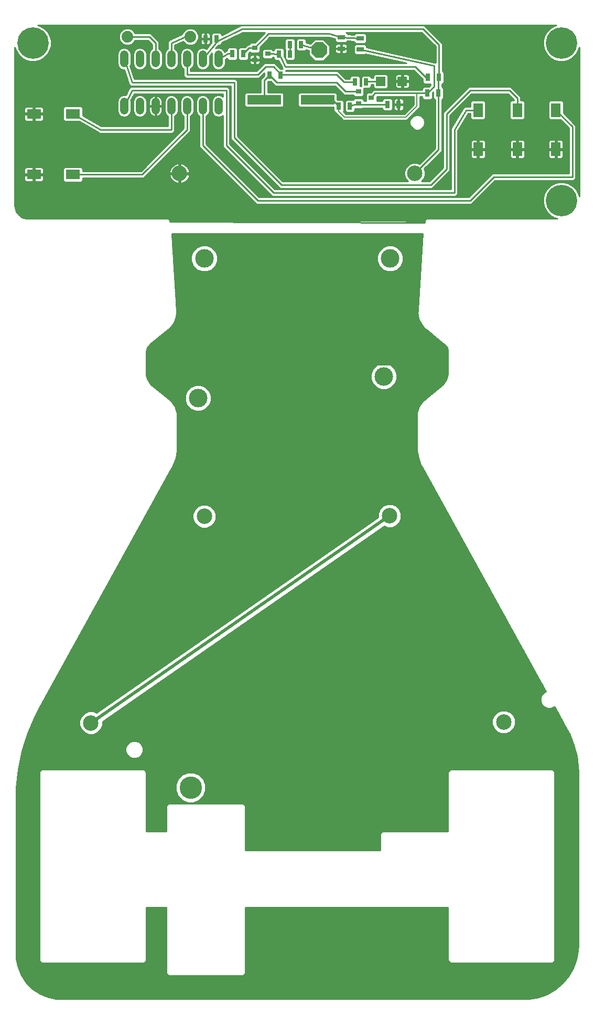
<source format=gtl>
G75*
G70*
%OFA0B0*%
%FSLAX24Y24*%
%IPPOS*%
%LPD*%
%AMOC8*
5,1,8,0,0,1.08239X$1,22.5*
%
%ADD10C,0.0984*%
%ADD11C,0.0520*%
%ADD12R,0.0630X0.0906*%
%ADD13R,0.0906X0.0630*%
%ADD14C,0.0740*%
%ADD15R,0.0315X0.0472*%
%ADD16R,0.0354X0.0315*%
%ADD17R,0.2165X0.0591*%
%ADD18R,0.0472X0.0315*%
%ADD19R,0.0591X0.0591*%
%ADD20OC8,0.1000*%
%ADD21C,0.0200*%
%ADD22C,0.1424*%
%ADD23C,0.1800*%
%ADD24C,0.0100*%
%ADD25C,0.1181*%
%ADD26C,0.0060*%
%ADD27C,0.2000*%
D10*
X009336Y017918D03*
X016543Y031029D03*
X028324Y031061D03*
X035577Y017976D03*
X029925Y052803D03*
X014964Y052803D03*
D11*
X015445Y056814D02*
X015445Y057334D01*
X014445Y057334D02*
X014445Y056814D01*
X013445Y056814D02*
X013445Y057334D01*
X012445Y057334D02*
X012445Y056814D01*
X011445Y056814D02*
X011445Y057334D01*
X011445Y059814D02*
X011445Y060334D01*
X012445Y060334D02*
X012445Y059814D01*
X013445Y059814D02*
X013445Y060334D01*
X014445Y060334D02*
X014445Y059814D01*
X015445Y059814D02*
X015445Y060334D01*
X016445Y060334D02*
X016445Y059814D01*
X017445Y059814D02*
X017445Y060334D01*
X017445Y057334D02*
X017445Y056814D01*
X016445Y056814D02*
X016445Y057334D01*
D12*
X033945Y056814D03*
X033945Y054334D03*
X036445Y054334D03*
X036445Y056814D03*
X038891Y056814D03*
X038891Y054334D03*
D13*
X008185Y052728D03*
X008185Y056574D03*
X005705Y056574D03*
X005705Y052728D03*
D14*
X011645Y061474D03*
X015645Y061474D03*
D15*
X016616Y061347D03*
X017325Y061347D03*
X018315Y060389D03*
X019023Y060389D03*
X020694Y059037D03*
X021402Y059037D03*
X021290Y060374D03*
X021999Y060374D03*
X021990Y060974D03*
X022699Y060974D03*
X025090Y057074D03*
X025799Y057074D03*
X026128Y058596D03*
X026837Y058596D03*
X028190Y057174D03*
X028899Y057174D03*
X030720Y057889D03*
X031429Y057889D03*
X031460Y058889D03*
X030752Y058889D03*
D16*
X027166Y057621D03*
X026339Y057995D03*
X026339Y057247D03*
X020571Y060389D03*
X019744Y060015D03*
X019744Y060763D03*
D17*
X020352Y057465D03*
X023738Y057465D03*
D18*
X025245Y060720D03*
X025245Y061429D03*
X026457Y061381D03*
X026457Y060673D03*
D19*
X027756Y058646D03*
X029134Y058646D03*
D20*
X023845Y060624D03*
D21*
X028324Y031061D02*
X009336Y017919D01*
D22*
X015673Y013814D03*
X028823Y002712D03*
D23*
X031106Y040704D03*
X013783Y040704D03*
D24*
X014155Y001996D02*
X004877Y001996D01*
X004917Y001898D02*
X014261Y001898D01*
X014232Y001910D02*
X014324Y001872D01*
X018852Y001872D01*
X018951Y001872D01*
X019043Y001910D01*
X019113Y001980D01*
X019151Y002072D01*
X019151Y006202D01*
X032037Y006202D01*
X032037Y002859D01*
X032075Y002767D01*
X032146Y002697D01*
X032237Y002659D01*
X032337Y002659D01*
X038537Y002659D01*
X038636Y002659D01*
X038728Y002697D01*
X038798Y002767D01*
X038836Y002859D01*
X038836Y014770D01*
X038798Y014862D01*
X038728Y014932D01*
X038636Y014970D01*
X038537Y014970D01*
X032237Y014970D01*
X032146Y014932D01*
X032075Y014862D01*
X032037Y014770D01*
X032037Y014670D01*
X032037Y011033D01*
X027907Y011033D01*
X027815Y010995D01*
X027745Y010925D01*
X027707Y010833D01*
X027707Y010733D01*
X027707Y009852D01*
X019151Y009852D01*
X019151Y012508D01*
X019151Y012608D01*
X019113Y012699D01*
X019043Y012770D01*
X018951Y012808D01*
X014424Y012808D01*
X014324Y012808D01*
X014232Y012770D01*
X014162Y012699D01*
X014124Y012608D01*
X014124Y011033D01*
X012852Y011033D01*
X012852Y014770D01*
X012814Y014862D01*
X012744Y014932D01*
X012652Y014970D01*
X012552Y014970D01*
X006353Y014970D01*
X006253Y014970D01*
X006161Y014932D01*
X006091Y014862D01*
X006053Y014770D01*
X006053Y002859D01*
X006091Y002767D01*
X006161Y002697D01*
X006253Y002659D01*
X006353Y002659D01*
X012652Y002659D01*
X012744Y002697D01*
X012814Y002767D01*
X012852Y002859D01*
X012852Y002959D01*
X012852Y006202D01*
X014124Y006202D01*
X014124Y002171D01*
X014124Y002072D01*
X014162Y001980D01*
X014232Y001910D01*
X014124Y002095D02*
X004836Y002095D01*
X004795Y002193D02*
X014124Y002193D01*
X014124Y002292D02*
X004754Y002292D01*
X004713Y002391D02*
X014124Y002391D01*
X014124Y002489D02*
X004690Y002489D01*
X004706Y002408D02*
X004598Y002951D01*
X004584Y003228D01*
X004584Y003271D01*
X004584Y003278D01*
X004584Y013204D01*
X004599Y013796D01*
X004719Y014974D01*
X004957Y016134D01*
X005310Y017264D01*
X005776Y018353D01*
X006050Y018879D01*
X006074Y018922D01*
X014484Y034126D01*
X014490Y034137D01*
X014508Y034170D01*
X014514Y034180D01*
X014514Y034180D01*
X014598Y034332D01*
X014746Y034754D01*
X014821Y035194D01*
X014821Y035367D01*
X014821Y037400D01*
X014821Y037400D01*
X014821Y037575D01*
X014688Y038005D01*
X014435Y038377D01*
X014260Y038517D01*
X014221Y038548D01*
X013225Y039345D01*
X013117Y039446D01*
X012950Y039690D01*
X012863Y039973D01*
X012852Y040121D01*
X012852Y040158D01*
X012852Y040171D01*
X012852Y041350D01*
X012862Y041479D01*
X012937Y041724D01*
X013082Y041937D01*
X013176Y042024D01*
X014222Y042861D01*
X014248Y042881D01*
X014382Y042989D01*
X014592Y043262D01*
X014732Y043577D01*
X014793Y043916D01*
X014782Y044088D01*
X014779Y044138D01*
X014779Y044138D01*
X014477Y048972D01*
X030413Y048972D01*
X030113Y044171D01*
X030113Y044171D01*
X030111Y044142D01*
X030106Y044072D01*
X030107Y044072D01*
X030098Y043942D01*
X030098Y043942D01*
X030162Y043588D01*
X030162Y043587D01*
X030308Y043258D01*
X030527Y042973D01*
X030629Y042892D01*
X030629Y042892D01*
X014260Y042892D01*
X014382Y042989D02*
X014382Y042989D01*
X014383Y042990D02*
X030514Y042990D01*
X030527Y042973D02*
X030527Y042973D01*
X030527Y042973D01*
X030629Y042892D02*
X030682Y042849D01*
X030706Y042830D01*
X030707Y042830D01*
X031801Y041954D01*
X031870Y041890D01*
X031975Y041735D01*
X032030Y041556D01*
X032037Y041462D01*
X032037Y041412D01*
X032037Y040255D01*
X032037Y040205D01*
X032024Y040031D01*
X031922Y039699D01*
X031726Y039411D01*
X031599Y039292D01*
X031567Y039267D01*
X031559Y039261D01*
X030619Y038509D01*
X030581Y038478D01*
X030543Y038448D01*
X030542Y038447D01*
X030420Y038350D01*
X030420Y038350D01*
X030420Y038350D01*
X030190Y038010D01*
X030069Y037618D01*
X030069Y037463D01*
X030069Y037463D01*
X030069Y035392D01*
X030069Y035210D01*
X030146Y034754D01*
X030299Y034318D01*
X030299Y034318D01*
X030411Y034115D01*
X030421Y034097D01*
X038263Y019921D01*
X038159Y019879D01*
X038002Y019721D01*
X037917Y019515D01*
X037917Y019292D01*
X038002Y019087D01*
X038159Y018929D01*
X038365Y018844D01*
X038588Y018844D01*
X038794Y018929D01*
X038806Y018941D01*
X039596Y017512D01*
X039620Y017469D01*
X039778Y017161D01*
X040034Y016518D01*
X040207Y015848D01*
X040294Y015161D01*
X040305Y014815D01*
X040305Y014776D01*
X040305Y014765D01*
X040305Y003783D01*
X040292Y003488D01*
X040190Y002908D01*
X039988Y002354D01*
X039694Y001844D01*
X039315Y001393D01*
X038864Y001014D01*
X038354Y000720D01*
X037800Y000518D01*
X006622Y000518D01*
X006589Y000525D02*
X006078Y000737D01*
X005617Y001044D01*
X005617Y001044D01*
X005226Y001436D01*
X004918Y001896D01*
X004706Y002408D01*
X004670Y002588D02*
X014124Y002588D01*
X014124Y002686D02*
X012717Y002686D01*
X012821Y002785D02*
X014124Y002785D01*
X014124Y002883D02*
X012852Y002883D01*
X012852Y002982D02*
X014124Y002982D01*
X014124Y003080D02*
X012852Y003080D01*
X012852Y003179D02*
X014124Y003179D01*
X014124Y003277D02*
X012852Y003277D01*
X012852Y003376D02*
X014124Y003376D01*
X014124Y003474D02*
X012852Y003474D01*
X012852Y003573D02*
X014124Y003573D01*
X014124Y003672D02*
X012852Y003672D01*
X012852Y003770D02*
X014124Y003770D01*
X014124Y003869D02*
X012852Y003869D01*
X012852Y003967D02*
X014124Y003967D01*
X014124Y004066D02*
X012852Y004066D01*
X012852Y004164D02*
X014124Y004164D01*
X014124Y004263D02*
X012852Y004263D01*
X012852Y004361D02*
X014124Y004361D01*
X014124Y004460D02*
X012852Y004460D01*
X012852Y004558D02*
X014124Y004558D01*
X014124Y004657D02*
X012852Y004657D01*
X012852Y004756D02*
X014124Y004756D01*
X014124Y004854D02*
X012852Y004854D01*
X012852Y004953D02*
X014124Y004953D01*
X014124Y005051D02*
X012852Y005051D01*
X012852Y005150D02*
X014124Y005150D01*
X014124Y005248D02*
X012852Y005248D01*
X012852Y005347D02*
X014124Y005347D01*
X014124Y005445D02*
X012852Y005445D01*
X012852Y005544D02*
X014124Y005544D01*
X014124Y005642D02*
X012852Y005642D01*
X012852Y005741D02*
X014124Y005741D01*
X014124Y005840D02*
X012852Y005840D01*
X012852Y005938D02*
X014124Y005938D01*
X014124Y006037D02*
X012852Y006037D01*
X012852Y006135D02*
X014124Y006135D01*
X014124Y011062D02*
X012852Y011062D01*
X012852Y011161D02*
X014124Y011161D01*
X014124Y011259D02*
X012852Y011259D01*
X012852Y011358D02*
X014124Y011358D01*
X014124Y011456D02*
X012852Y011456D01*
X012852Y011555D02*
X014124Y011555D01*
X014124Y011654D02*
X012852Y011654D01*
X012852Y011752D02*
X014124Y011752D01*
X014124Y011851D02*
X012852Y011851D01*
X012852Y011949D02*
X014124Y011949D01*
X014124Y012048D02*
X012852Y012048D01*
X012852Y012146D02*
X014124Y012146D01*
X014124Y012245D02*
X012852Y012245D01*
X012852Y012343D02*
X014124Y012343D01*
X014124Y012442D02*
X012852Y012442D01*
X012852Y012540D02*
X014124Y012540D01*
X014137Y012639D02*
X012852Y012639D01*
X012852Y012738D02*
X014200Y012738D01*
X014858Y013270D02*
X015128Y012999D01*
X015482Y012853D01*
X015864Y012853D01*
X016218Y012999D01*
X016488Y013270D01*
X016635Y013623D01*
X016635Y014006D01*
X016488Y014359D01*
X016218Y014630D01*
X015864Y014776D01*
X015482Y014776D01*
X015128Y014630D01*
X014858Y014359D01*
X014711Y014006D01*
X014711Y013623D01*
X014858Y013270D01*
X014897Y013230D02*
X012852Y013230D01*
X012852Y013132D02*
X014996Y013132D01*
X015094Y013033D02*
X012852Y013033D01*
X012852Y012935D02*
X015284Y012935D01*
X014833Y013329D02*
X012852Y013329D01*
X012852Y013427D02*
X014792Y013427D01*
X014752Y013526D02*
X012852Y013526D01*
X012852Y013624D02*
X014711Y013624D01*
X014711Y013723D02*
X012852Y013723D01*
X012852Y013822D02*
X014711Y013822D01*
X014711Y013920D02*
X012852Y013920D01*
X012852Y014019D02*
X014717Y014019D01*
X014757Y014117D02*
X012852Y014117D01*
X012852Y014216D02*
X014798Y014216D01*
X014839Y014314D02*
X012852Y014314D01*
X012852Y014413D02*
X014911Y014413D01*
X015010Y014511D02*
X012852Y014511D01*
X012852Y014610D02*
X015108Y014610D01*
X015318Y014708D02*
X012852Y014708D01*
X012837Y014807D02*
X032053Y014807D01*
X032037Y014708D02*
X016028Y014708D01*
X016238Y014610D02*
X032037Y014610D01*
X032037Y014511D02*
X016336Y014511D01*
X016435Y014413D02*
X032037Y014413D01*
X032037Y014314D02*
X016507Y014314D01*
X016548Y014216D02*
X032037Y014216D01*
X032037Y014117D02*
X016589Y014117D01*
X016630Y014019D02*
X032037Y014019D01*
X032037Y013920D02*
X016635Y013920D01*
X016635Y013822D02*
X032037Y013822D01*
X032037Y013723D02*
X016635Y013723D01*
X016635Y013624D02*
X032037Y013624D01*
X032037Y013526D02*
X016595Y013526D01*
X016554Y013427D02*
X032037Y013427D01*
X032037Y013329D02*
X016513Y013329D01*
X016449Y013230D02*
X032037Y013230D01*
X032037Y013132D02*
X016351Y013132D01*
X016252Y013033D02*
X032037Y013033D01*
X032037Y012935D02*
X016062Y012935D01*
X019075Y012738D02*
X032037Y012738D01*
X032037Y012836D02*
X012852Y012836D01*
X012770Y014906D02*
X032119Y014906D01*
X032037Y012639D02*
X019138Y012639D01*
X019151Y012540D02*
X032037Y012540D01*
X032037Y012442D02*
X019151Y012442D01*
X019151Y012343D02*
X032037Y012343D01*
X032037Y012245D02*
X019151Y012245D01*
X019151Y012146D02*
X032037Y012146D01*
X032037Y012048D02*
X019151Y012048D01*
X019151Y011949D02*
X032037Y011949D01*
X032037Y011851D02*
X019151Y011851D01*
X019151Y011752D02*
X032037Y011752D01*
X032037Y011654D02*
X019151Y011654D01*
X019151Y011555D02*
X032037Y011555D01*
X032037Y011456D02*
X019151Y011456D01*
X019151Y011358D02*
X032037Y011358D01*
X032037Y011259D02*
X019151Y011259D01*
X019151Y011161D02*
X032037Y011161D01*
X032037Y011062D02*
X019151Y011062D01*
X019151Y010964D02*
X027784Y010964D01*
X027720Y010865D02*
X019151Y010865D01*
X019151Y010767D02*
X027707Y010767D01*
X027707Y010668D02*
X019151Y010668D01*
X019151Y010570D02*
X027707Y010570D01*
X027707Y010471D02*
X019151Y010471D01*
X019151Y010373D02*
X027707Y010373D01*
X027707Y010274D02*
X019151Y010274D01*
X019151Y010175D02*
X027707Y010175D01*
X027707Y010077D02*
X019151Y010077D01*
X019151Y009978D02*
X027707Y009978D01*
X027707Y009880D02*
X019151Y009880D01*
X019151Y006135D02*
X032037Y006135D01*
X032037Y006037D02*
X019151Y006037D01*
X019151Y005938D02*
X032037Y005938D01*
X032037Y005840D02*
X019151Y005840D01*
X019151Y005741D02*
X032037Y005741D01*
X032037Y005642D02*
X019151Y005642D01*
X019151Y005544D02*
X032037Y005544D01*
X032037Y005445D02*
X019151Y005445D01*
X019151Y005347D02*
X032037Y005347D01*
X032037Y005248D02*
X019151Y005248D01*
X019151Y005150D02*
X032037Y005150D01*
X032037Y005051D02*
X019151Y005051D01*
X019151Y004953D02*
X032037Y004953D01*
X032037Y004854D02*
X019151Y004854D01*
X019151Y004756D02*
X032037Y004756D01*
X032037Y004657D02*
X019151Y004657D01*
X019151Y004558D02*
X032037Y004558D01*
X032037Y004460D02*
X019151Y004460D01*
X019151Y004361D02*
X032037Y004361D01*
X032037Y004263D02*
X019151Y004263D01*
X019151Y004164D02*
X032037Y004164D01*
X032037Y004066D02*
X019151Y004066D01*
X019151Y003967D02*
X032037Y003967D01*
X032037Y003869D02*
X019151Y003869D01*
X019151Y003770D02*
X032037Y003770D01*
X032037Y003672D02*
X019151Y003672D01*
X019151Y003573D02*
X032037Y003573D01*
X032037Y003474D02*
X019151Y003474D01*
X019151Y003376D02*
X032037Y003376D01*
X032037Y003277D02*
X019151Y003277D01*
X019151Y003179D02*
X032037Y003179D01*
X032037Y003080D02*
X019151Y003080D01*
X019151Y002982D02*
X032037Y002982D01*
X032037Y002883D02*
X019151Y002883D01*
X019151Y002785D02*
X032068Y002785D01*
X032172Y002686D02*
X019151Y002686D01*
X019151Y002588D02*
X040073Y002588D01*
X040109Y002686D02*
X038702Y002686D01*
X038806Y002785D02*
X040145Y002785D01*
X040181Y002883D02*
X038836Y002883D01*
X038836Y002982D02*
X040203Y002982D01*
X040220Y003080D02*
X038836Y003080D01*
X038836Y003179D02*
X040238Y003179D01*
X040255Y003277D02*
X038836Y003277D01*
X038836Y003376D02*
X040272Y003376D01*
X040290Y003474D02*
X038836Y003474D01*
X038836Y003573D02*
X040296Y003573D01*
X040300Y003672D02*
X038836Y003672D01*
X038836Y003770D02*
X040304Y003770D01*
X040305Y003869D02*
X038836Y003869D01*
X038836Y003967D02*
X040305Y003967D01*
X040305Y004066D02*
X038836Y004066D01*
X038836Y004164D02*
X040305Y004164D01*
X040305Y004263D02*
X038836Y004263D01*
X038836Y004361D02*
X040305Y004361D01*
X040305Y004460D02*
X038836Y004460D01*
X038836Y004558D02*
X040305Y004558D01*
X040305Y004657D02*
X038836Y004657D01*
X038836Y004756D02*
X040305Y004756D01*
X040305Y004854D02*
X038836Y004854D01*
X038836Y004953D02*
X040305Y004953D01*
X040305Y005051D02*
X038836Y005051D01*
X038836Y005150D02*
X040305Y005150D01*
X040305Y005248D02*
X038836Y005248D01*
X038836Y005347D02*
X040305Y005347D01*
X040305Y005445D02*
X038836Y005445D01*
X038836Y005544D02*
X040305Y005544D01*
X040305Y005642D02*
X038836Y005642D01*
X038836Y005741D02*
X040305Y005741D01*
X040305Y005840D02*
X038836Y005840D01*
X038836Y005938D02*
X040305Y005938D01*
X040305Y006037D02*
X038836Y006037D01*
X038836Y006135D02*
X040305Y006135D01*
X040305Y006234D02*
X038836Y006234D01*
X038836Y006332D02*
X040305Y006332D01*
X040305Y006431D02*
X038836Y006431D01*
X038836Y006529D02*
X040305Y006529D01*
X040305Y006628D02*
X038836Y006628D01*
X038836Y006726D02*
X040305Y006726D01*
X040305Y006825D02*
X038836Y006825D01*
X038836Y006924D02*
X040305Y006924D01*
X040305Y007022D02*
X038836Y007022D01*
X038836Y007121D02*
X040305Y007121D01*
X040305Y007219D02*
X038836Y007219D01*
X038836Y007318D02*
X040305Y007318D01*
X040305Y007416D02*
X038836Y007416D01*
X038836Y007515D02*
X040305Y007515D01*
X040305Y007613D02*
X038836Y007613D01*
X038836Y007712D02*
X040305Y007712D01*
X040305Y007810D02*
X038836Y007810D01*
X038836Y007909D02*
X040305Y007909D01*
X040305Y008007D02*
X038836Y008007D01*
X038836Y008106D02*
X040305Y008106D01*
X040305Y008205D02*
X038836Y008205D01*
X038836Y008303D02*
X040305Y008303D01*
X040305Y008402D02*
X038836Y008402D01*
X038836Y008500D02*
X040305Y008500D01*
X040305Y008599D02*
X038836Y008599D01*
X038836Y008697D02*
X040305Y008697D01*
X040305Y008796D02*
X038836Y008796D01*
X038836Y008894D02*
X040305Y008894D01*
X040305Y008993D02*
X038836Y008993D01*
X038836Y009091D02*
X040305Y009091D01*
X040305Y009190D02*
X038836Y009190D01*
X038836Y009289D02*
X040305Y009289D01*
X040305Y009387D02*
X038836Y009387D01*
X038836Y009486D02*
X040305Y009486D01*
X040305Y009584D02*
X038836Y009584D01*
X038836Y009683D02*
X040305Y009683D01*
X040305Y009781D02*
X038836Y009781D01*
X038836Y009880D02*
X040305Y009880D01*
X040305Y009978D02*
X038836Y009978D01*
X038836Y010077D02*
X040305Y010077D01*
X040305Y010175D02*
X038836Y010175D01*
X038836Y010274D02*
X040305Y010274D01*
X040305Y010373D02*
X038836Y010373D01*
X038836Y010471D02*
X040305Y010471D01*
X040305Y010570D02*
X038836Y010570D01*
X038836Y010668D02*
X040305Y010668D01*
X040305Y010767D02*
X038836Y010767D01*
X038836Y010865D02*
X040305Y010865D01*
X040305Y010964D02*
X038836Y010964D01*
X038836Y011062D02*
X040305Y011062D01*
X040305Y011161D02*
X038836Y011161D01*
X038836Y011259D02*
X040305Y011259D01*
X040305Y011358D02*
X038836Y011358D01*
X038836Y011456D02*
X040305Y011456D01*
X040305Y011555D02*
X038836Y011555D01*
X038836Y011654D02*
X040305Y011654D01*
X040305Y011752D02*
X038836Y011752D01*
X038836Y011851D02*
X040305Y011851D01*
X040305Y011949D02*
X038836Y011949D01*
X038836Y012048D02*
X040305Y012048D01*
X040305Y012146D02*
X038836Y012146D01*
X038836Y012245D02*
X040305Y012245D01*
X040305Y012343D02*
X038836Y012343D01*
X038836Y012442D02*
X040305Y012442D01*
X040305Y012540D02*
X038836Y012540D01*
X038836Y012639D02*
X040305Y012639D01*
X040305Y012738D02*
X038836Y012738D01*
X038836Y012836D02*
X040305Y012836D01*
X040305Y012935D02*
X038836Y012935D01*
X038836Y013033D02*
X040305Y013033D01*
X040305Y013132D02*
X038836Y013132D01*
X038836Y013230D02*
X040305Y013230D01*
X040305Y013329D02*
X038836Y013329D01*
X038836Y013427D02*
X040305Y013427D01*
X040305Y013526D02*
X038836Y013526D01*
X038836Y013624D02*
X040305Y013624D01*
X040305Y013723D02*
X038836Y013723D01*
X038836Y013822D02*
X040305Y013822D01*
X040305Y013920D02*
X038836Y013920D01*
X038836Y014019D02*
X040305Y014019D01*
X040305Y014117D02*
X038836Y014117D01*
X038836Y014216D02*
X040305Y014216D01*
X040305Y014314D02*
X038836Y014314D01*
X038836Y014413D02*
X040305Y014413D01*
X040305Y014511D02*
X038836Y014511D01*
X038836Y014610D02*
X040305Y014610D01*
X040305Y014708D02*
X038836Y014708D01*
X038821Y014807D02*
X040305Y014807D01*
X040302Y014906D02*
X038754Y014906D01*
X039969Y016679D02*
X012426Y016679D01*
X012406Y016700D02*
X012200Y016785D01*
X011977Y016785D01*
X011771Y016700D01*
X011614Y016542D01*
X011529Y016337D01*
X011529Y016114D01*
X011614Y015908D01*
X011771Y015750D01*
X011977Y015665D01*
X012200Y015665D01*
X012406Y015750D01*
X012563Y015908D01*
X012649Y016114D01*
X012649Y016337D01*
X012563Y016542D01*
X012406Y016700D01*
X012525Y016581D02*
X040009Y016581D01*
X040043Y016482D02*
X012588Y016482D01*
X012629Y016384D02*
X040068Y016384D01*
X040094Y016285D02*
X012649Y016285D01*
X012649Y016187D02*
X040119Y016187D01*
X040145Y016088D02*
X012638Y016088D01*
X012597Y015989D02*
X040170Y015989D01*
X040196Y015891D02*
X012546Y015891D01*
X012448Y015792D02*
X040214Y015792D01*
X040226Y015694D02*
X012269Y015694D01*
X011908Y015694D02*
X004866Y015694D01*
X004887Y015792D02*
X011729Y015792D01*
X011631Y015891D02*
X004907Y015891D01*
X004927Y015989D02*
X011580Y015989D01*
X011539Y016088D02*
X004947Y016088D01*
X004973Y016187D02*
X011529Y016187D01*
X011529Y016285D02*
X005004Y016285D01*
X005035Y016384D02*
X011548Y016384D01*
X011589Y016482D02*
X005065Y016482D01*
X005096Y016581D02*
X011652Y016581D01*
X011751Y016679D02*
X005127Y016679D01*
X005158Y016778D02*
X011960Y016778D01*
X012218Y016778D02*
X039930Y016778D01*
X039891Y016876D02*
X005189Y016876D01*
X005220Y016975D02*
X039852Y016975D01*
X039812Y017073D02*
X005250Y017073D01*
X005281Y017172D02*
X039772Y017172D01*
X039721Y017271D02*
X035812Y017271D01*
X035724Y017234D02*
X035997Y017347D01*
X036206Y017556D01*
X036319Y017829D01*
X036319Y018124D01*
X036206Y018397D01*
X035997Y018605D01*
X035724Y018718D01*
X035429Y018718D01*
X035156Y018605D01*
X034948Y018397D01*
X034835Y018124D01*
X034835Y017829D01*
X034948Y017556D01*
X035156Y017347D01*
X035429Y017234D01*
X035724Y017234D01*
X036019Y017369D02*
X039671Y017369D01*
X039620Y017468D02*
X036117Y017468D01*
X036210Y017566D02*
X039566Y017566D01*
X039596Y017512D02*
X039596Y017512D01*
X039511Y017665D02*
X036251Y017665D01*
X036292Y017763D02*
X039457Y017763D01*
X039402Y017862D02*
X036319Y017862D01*
X036319Y017960D02*
X039348Y017960D01*
X039293Y018059D02*
X036319Y018059D01*
X036305Y018157D02*
X039239Y018157D01*
X039184Y018256D02*
X036264Y018256D01*
X036223Y018355D02*
X039130Y018355D01*
X039075Y018453D02*
X036149Y018453D01*
X036051Y018552D02*
X039021Y018552D01*
X038966Y018650D02*
X035889Y018650D01*
X035264Y018650D02*
X011008Y018650D01*
X011150Y018749D02*
X038912Y018749D01*
X038857Y018847D02*
X038596Y018847D01*
X038357Y018847D02*
X011292Y018847D01*
X011435Y018946D02*
X038143Y018946D01*
X038044Y019044D02*
X011577Y019044D01*
X011719Y019143D02*
X037979Y019143D01*
X037938Y019241D02*
X011862Y019241D01*
X012004Y019340D02*
X037917Y019340D01*
X037917Y019439D02*
X012146Y019439D01*
X012289Y019537D02*
X037926Y019537D01*
X037967Y019636D02*
X012431Y019636D01*
X012574Y019734D02*
X038015Y019734D01*
X038114Y019833D02*
X012716Y019833D01*
X012858Y019931D02*
X038258Y019931D01*
X038203Y020030D02*
X013001Y020030D01*
X013143Y020128D02*
X038149Y020128D01*
X038094Y020227D02*
X013285Y020227D01*
X013428Y020325D02*
X038040Y020325D01*
X037985Y020424D02*
X013570Y020424D01*
X013713Y020522D02*
X037931Y020522D01*
X037876Y020621D02*
X013855Y020621D01*
X013997Y020720D02*
X037821Y020720D01*
X037767Y020818D02*
X014140Y020818D01*
X014282Y020917D02*
X037712Y020917D01*
X037658Y021015D02*
X014424Y021015D01*
X014567Y021114D02*
X037603Y021114D01*
X037549Y021212D02*
X014709Y021212D01*
X014852Y021311D02*
X037494Y021311D01*
X037440Y021409D02*
X014994Y021409D01*
X015136Y021508D02*
X037385Y021508D01*
X037331Y021606D02*
X015279Y021606D01*
X015421Y021705D02*
X037276Y021705D01*
X037222Y021804D02*
X015563Y021804D01*
X015706Y021902D02*
X037167Y021902D01*
X037113Y022001D02*
X015848Y022001D01*
X015991Y022099D02*
X037058Y022099D01*
X037004Y022198D02*
X016133Y022198D01*
X016275Y022296D02*
X036949Y022296D01*
X036895Y022395D02*
X016418Y022395D01*
X016560Y022493D02*
X036840Y022493D01*
X036786Y022592D02*
X016702Y022592D01*
X016845Y022690D02*
X036731Y022690D01*
X036677Y022789D02*
X016987Y022789D01*
X017130Y022888D02*
X036622Y022888D01*
X036568Y022986D02*
X017272Y022986D01*
X017414Y023085D02*
X036513Y023085D01*
X036459Y023183D02*
X017557Y023183D01*
X017699Y023282D02*
X036404Y023282D01*
X036350Y023380D02*
X017841Y023380D01*
X017984Y023479D02*
X036295Y023479D01*
X036241Y023577D02*
X018126Y023577D01*
X018269Y023676D02*
X036186Y023676D01*
X036132Y023774D02*
X018411Y023774D01*
X018553Y023873D02*
X036077Y023873D01*
X036023Y023971D02*
X018696Y023971D01*
X018838Y024070D02*
X035968Y024070D01*
X035914Y024169D02*
X018980Y024169D01*
X019123Y024267D02*
X035859Y024267D01*
X035804Y024366D02*
X019265Y024366D01*
X019407Y024464D02*
X035750Y024464D01*
X035695Y024563D02*
X019550Y024563D01*
X019692Y024661D02*
X035641Y024661D01*
X035586Y024760D02*
X019835Y024760D01*
X019977Y024858D02*
X035532Y024858D01*
X035477Y024957D02*
X020119Y024957D01*
X020262Y025055D02*
X035423Y025055D01*
X035368Y025154D02*
X020404Y025154D01*
X020546Y025253D02*
X035314Y025253D01*
X035259Y025351D02*
X020689Y025351D01*
X020831Y025450D02*
X035205Y025450D01*
X035150Y025548D02*
X020974Y025548D01*
X021116Y025647D02*
X035096Y025647D01*
X035041Y025745D02*
X021258Y025745D01*
X021401Y025844D02*
X034987Y025844D01*
X034932Y025942D02*
X021543Y025942D01*
X021685Y026041D02*
X034878Y026041D01*
X034823Y026139D02*
X021828Y026139D01*
X021970Y026238D02*
X034769Y026238D01*
X034714Y026337D02*
X022113Y026337D01*
X022255Y026435D02*
X034660Y026435D01*
X034605Y026534D02*
X022397Y026534D01*
X022540Y026632D02*
X034551Y026632D01*
X034496Y026731D02*
X022682Y026731D01*
X022824Y026829D02*
X034442Y026829D01*
X034387Y026928D02*
X022967Y026928D01*
X023109Y027026D02*
X034333Y027026D01*
X034278Y027125D02*
X023252Y027125D01*
X023394Y027223D02*
X034224Y027223D01*
X034169Y027322D02*
X023536Y027322D01*
X023679Y027421D02*
X034115Y027421D01*
X034060Y027519D02*
X023821Y027519D01*
X023963Y027618D02*
X034006Y027618D01*
X033951Y027716D02*
X024106Y027716D01*
X024248Y027815D02*
X033897Y027815D01*
X033842Y027913D02*
X024391Y027913D01*
X024533Y028012D02*
X033787Y028012D01*
X033733Y028110D02*
X024675Y028110D01*
X024818Y028209D02*
X033678Y028209D01*
X033624Y028307D02*
X024960Y028307D01*
X025102Y028406D02*
X033569Y028406D01*
X033515Y028504D02*
X025245Y028504D01*
X025387Y028603D02*
X033460Y028603D01*
X033406Y028702D02*
X025530Y028702D01*
X025672Y028800D02*
X033351Y028800D01*
X033297Y028899D02*
X025814Y028899D01*
X025957Y028997D02*
X033242Y028997D01*
X033188Y029096D02*
X026099Y029096D01*
X026241Y029194D02*
X033133Y029194D01*
X033079Y029293D02*
X026384Y029293D01*
X026526Y029391D02*
X033024Y029391D01*
X032970Y029490D02*
X026669Y029490D01*
X026811Y029588D02*
X032915Y029588D01*
X032861Y029687D02*
X026953Y029687D01*
X027096Y029786D02*
X032806Y029786D01*
X032752Y029884D02*
X027238Y029884D01*
X027380Y029983D02*
X032697Y029983D01*
X032643Y030081D02*
X027523Y030081D01*
X027665Y030180D02*
X032588Y030180D01*
X032534Y030278D02*
X027807Y030278D01*
X027950Y030377D02*
X028037Y030377D01*
X027982Y030399D02*
X028176Y030319D01*
X028471Y030319D01*
X028744Y030432D01*
X028953Y030641D01*
X029066Y030914D01*
X029066Y031209D01*
X028953Y031482D01*
X028744Y031690D01*
X028471Y031803D01*
X028176Y031803D01*
X027903Y031690D01*
X027695Y031482D01*
X027582Y031209D01*
X027582Y030973D01*
X009677Y018580D01*
X009483Y018661D01*
X009188Y018661D01*
X008915Y018548D01*
X008706Y018339D01*
X008593Y018066D01*
X008593Y017771D01*
X008706Y017498D01*
X008915Y017289D01*
X009188Y017176D01*
X009483Y017176D01*
X009756Y017289D01*
X009965Y017498D01*
X010078Y017771D01*
X010078Y018006D01*
X027982Y030399D01*
X027574Y030968D02*
X017285Y030968D01*
X017285Y030881D02*
X017172Y030608D01*
X016963Y030399D01*
X016690Y030286D01*
X016395Y030286D01*
X016122Y030399D01*
X015914Y030608D01*
X015801Y030881D01*
X015801Y031176D01*
X015914Y031449D01*
X016122Y031658D01*
X016395Y031771D01*
X016690Y031771D01*
X016963Y031658D01*
X027871Y031658D01*
X027772Y031559D02*
X017062Y031559D01*
X017160Y031461D02*
X027686Y031461D01*
X027645Y031362D02*
X017208Y031362D01*
X017172Y031449D02*
X017285Y031176D01*
X017285Y030881D01*
X017280Y030870D02*
X027432Y030870D01*
X027289Y030771D02*
X017239Y030771D01*
X017199Y030672D02*
X027147Y030672D01*
X027005Y030574D02*
X017138Y030574D01*
X017039Y030475D02*
X026862Y030475D01*
X026720Y030377D02*
X016909Y030377D01*
X017285Y031067D02*
X027582Y031067D01*
X027582Y031165D02*
X017285Y031165D01*
X017249Y031264D02*
X027604Y031264D01*
X028063Y031756D02*
X016725Y031756D01*
X016963Y031658D02*
X017172Y031449D01*
X016361Y031756D02*
X013173Y031756D01*
X013119Y031658D02*
X016123Y031658D01*
X016024Y031559D02*
X013064Y031559D01*
X013010Y031461D02*
X015926Y031461D01*
X015878Y031362D02*
X012955Y031362D01*
X012901Y031264D02*
X015837Y031264D01*
X015801Y031165D02*
X012846Y031165D01*
X012792Y031067D02*
X015801Y031067D01*
X015801Y030968D02*
X012737Y030968D01*
X012683Y030870D02*
X015805Y030870D01*
X015846Y030771D02*
X012628Y030771D01*
X012574Y030672D02*
X015887Y030672D01*
X015948Y030574D02*
X012519Y030574D01*
X012465Y030475D02*
X016047Y030475D01*
X016177Y030377D02*
X012410Y030377D01*
X012356Y030278D02*
X026578Y030278D01*
X026435Y030180D02*
X012301Y030180D01*
X012247Y030081D02*
X026293Y030081D01*
X026150Y029983D02*
X012192Y029983D01*
X012138Y029884D02*
X026008Y029884D01*
X025866Y029786D02*
X012083Y029786D01*
X012029Y029687D02*
X025723Y029687D01*
X025581Y029588D02*
X011974Y029588D01*
X011920Y029490D02*
X025439Y029490D01*
X025296Y029391D02*
X011865Y029391D01*
X011811Y029293D02*
X025154Y029293D01*
X025011Y029194D02*
X011756Y029194D01*
X011702Y029096D02*
X024869Y029096D01*
X024727Y028997D02*
X011647Y028997D01*
X011593Y028899D02*
X024584Y028899D01*
X024442Y028800D02*
X011538Y028800D01*
X011483Y028702D02*
X024300Y028702D01*
X024157Y028603D02*
X011429Y028603D01*
X011374Y028504D02*
X024015Y028504D01*
X023873Y028406D02*
X011320Y028406D01*
X011265Y028307D02*
X023730Y028307D01*
X023588Y028209D02*
X011211Y028209D01*
X011156Y028110D02*
X023445Y028110D01*
X023303Y028012D02*
X011102Y028012D01*
X011047Y027913D02*
X023161Y027913D01*
X023018Y027815D02*
X010993Y027815D01*
X010938Y027716D02*
X022876Y027716D01*
X022734Y027618D02*
X010884Y027618D01*
X010829Y027519D02*
X022591Y027519D01*
X022449Y027421D02*
X010775Y027421D01*
X010720Y027322D02*
X022306Y027322D01*
X022164Y027223D02*
X010666Y027223D01*
X010611Y027125D02*
X022022Y027125D01*
X021879Y027026D02*
X010557Y027026D01*
X010502Y026928D02*
X021737Y026928D01*
X021595Y026829D02*
X010448Y026829D01*
X010393Y026731D02*
X021452Y026731D01*
X021310Y026632D02*
X010339Y026632D01*
X010284Y026534D02*
X021167Y026534D01*
X021025Y026435D02*
X010230Y026435D01*
X010175Y026337D02*
X020883Y026337D01*
X020740Y026238D02*
X010121Y026238D01*
X010066Y026139D02*
X020598Y026139D01*
X020456Y026041D02*
X010012Y026041D01*
X009957Y025942D02*
X020313Y025942D01*
X020171Y025844D02*
X009903Y025844D01*
X009848Y025745D02*
X020028Y025745D01*
X019886Y025647D02*
X009794Y025647D01*
X009739Y025548D02*
X019744Y025548D01*
X019601Y025450D02*
X009685Y025450D01*
X009630Y025351D02*
X019459Y025351D01*
X019317Y025253D02*
X009576Y025253D01*
X009521Y025154D02*
X019174Y025154D01*
X019032Y025055D02*
X009466Y025055D01*
X009412Y024957D02*
X018889Y024957D01*
X018747Y024858D02*
X009357Y024858D01*
X009303Y024760D02*
X018605Y024760D01*
X018462Y024661D02*
X009248Y024661D01*
X009194Y024563D02*
X018320Y024563D01*
X018178Y024464D02*
X009139Y024464D01*
X009085Y024366D02*
X018035Y024366D01*
X017893Y024267D02*
X009030Y024267D01*
X008976Y024169D02*
X017751Y024169D01*
X017608Y024070D02*
X008921Y024070D01*
X008867Y023971D02*
X017466Y023971D01*
X017323Y023873D02*
X008812Y023873D01*
X008758Y023774D02*
X017181Y023774D01*
X017039Y023676D02*
X008703Y023676D01*
X008649Y023577D02*
X016896Y023577D01*
X016754Y023479D02*
X008594Y023479D01*
X008540Y023380D02*
X016612Y023380D01*
X016469Y023282D02*
X008485Y023282D01*
X008431Y023183D02*
X016327Y023183D01*
X016184Y023085D02*
X008376Y023085D01*
X008322Y022986D02*
X016042Y022986D01*
X015900Y022888D02*
X008267Y022888D01*
X008213Y022789D02*
X015757Y022789D01*
X015615Y022690D02*
X008158Y022690D01*
X008104Y022592D02*
X015473Y022592D01*
X015330Y022493D02*
X008049Y022493D01*
X007995Y022395D02*
X015188Y022395D01*
X015045Y022296D02*
X007940Y022296D01*
X007886Y022198D02*
X014903Y022198D01*
X014761Y022099D02*
X007831Y022099D01*
X007777Y022001D02*
X014618Y022001D01*
X014476Y021902D02*
X007722Y021902D01*
X007668Y021804D02*
X014334Y021804D01*
X014191Y021705D02*
X007613Y021705D01*
X007559Y021606D02*
X014049Y021606D01*
X013906Y021508D02*
X007504Y021508D01*
X007449Y021409D02*
X013764Y021409D01*
X013622Y021311D02*
X007395Y021311D01*
X007340Y021212D02*
X013479Y021212D01*
X013337Y021114D02*
X007286Y021114D01*
X007231Y021015D02*
X013195Y021015D01*
X013052Y020917D02*
X007177Y020917D01*
X007122Y020818D02*
X012910Y020818D01*
X012768Y020720D02*
X007068Y020720D01*
X007013Y020621D02*
X012625Y020621D01*
X012483Y020522D02*
X006959Y020522D01*
X006904Y020424D02*
X012340Y020424D01*
X012198Y020325D02*
X006850Y020325D01*
X006795Y020227D02*
X012056Y020227D01*
X011913Y020128D02*
X006741Y020128D01*
X006686Y020030D02*
X011771Y020030D01*
X011629Y019931D02*
X006632Y019931D01*
X006577Y019833D02*
X011486Y019833D01*
X011344Y019734D02*
X006523Y019734D01*
X006468Y019636D02*
X011201Y019636D01*
X011059Y019537D02*
X006414Y019537D01*
X006359Y019439D02*
X010917Y019439D01*
X010774Y019340D02*
X006305Y019340D01*
X006250Y019241D02*
X010632Y019241D01*
X010490Y019143D02*
X006196Y019143D01*
X006141Y019044D02*
X010347Y019044D01*
X010205Y018946D02*
X006087Y018946D01*
X006074Y018922D02*
X006074Y018922D01*
X006033Y018847D02*
X010062Y018847D01*
X009920Y018749D02*
X005982Y018749D01*
X005931Y018650D02*
X009163Y018650D01*
X008925Y018552D02*
X005879Y018552D01*
X005828Y018453D02*
X008821Y018453D01*
X008722Y018355D02*
X005777Y018355D01*
X005734Y018256D02*
X008672Y018256D01*
X008631Y018157D02*
X005692Y018157D01*
X005650Y018059D02*
X008593Y018059D01*
X008593Y017960D02*
X005608Y017960D01*
X005566Y017862D02*
X008593Y017862D01*
X008596Y017763D02*
X005524Y017763D01*
X005481Y017665D02*
X008637Y017665D01*
X008678Y017566D02*
X005439Y017566D01*
X005397Y017468D02*
X008737Y017468D01*
X008835Y017369D02*
X005355Y017369D01*
X005313Y017271D02*
X008960Y017271D01*
X009711Y017271D02*
X035341Y017271D01*
X035134Y017369D02*
X009836Y017369D01*
X009934Y017468D02*
X035036Y017468D01*
X034943Y017566D02*
X009993Y017566D01*
X010034Y017665D02*
X034903Y017665D01*
X034862Y017763D02*
X010074Y017763D01*
X010078Y017862D02*
X034835Y017862D01*
X034835Y017960D02*
X010078Y017960D01*
X010153Y018059D02*
X034835Y018059D01*
X034849Y018157D02*
X010296Y018157D01*
X010438Y018256D02*
X034889Y018256D01*
X034930Y018355D02*
X010580Y018355D01*
X010723Y018453D02*
X035004Y018453D01*
X035102Y018552D02*
X010865Y018552D01*
X009778Y018650D02*
X009508Y018650D01*
X006135Y014906D02*
X004712Y014906D01*
X004725Y015004D02*
X040299Y015004D01*
X040296Y015103D02*
X004745Y015103D01*
X004765Y015201D02*
X040289Y015201D01*
X040276Y015300D02*
X004786Y015300D01*
X004806Y015398D02*
X040264Y015398D01*
X040251Y015497D02*
X004826Y015497D01*
X004846Y015595D02*
X040239Y015595D01*
X040037Y002489D02*
X019151Y002489D01*
X019151Y002391D02*
X040001Y002391D01*
X039952Y002292D02*
X019151Y002292D01*
X019151Y002193D02*
X039895Y002193D01*
X039838Y002095D02*
X019151Y002095D01*
X019120Y001996D02*
X039782Y001996D01*
X039725Y001898D02*
X019014Y001898D01*
X007409Y000403D02*
X007132Y000417D01*
X006589Y000525D01*
X006367Y000617D02*
X038071Y000617D01*
X038341Y000715D02*
X006129Y000715D01*
X005962Y000814D02*
X038517Y000814D01*
X038687Y000912D02*
X005815Y000912D01*
X005667Y001011D02*
X038858Y001011D01*
X038977Y001109D02*
X005552Y001109D01*
X005454Y001208D02*
X039095Y001208D01*
X039212Y001307D02*
X005355Y001307D01*
X005256Y001405D02*
X039325Y001405D01*
X039408Y001504D02*
X005180Y001504D01*
X005115Y001602D02*
X039491Y001602D01*
X039573Y001701D02*
X005049Y001701D01*
X004983Y001799D02*
X039656Y001799D01*
X037800Y000518D02*
X037220Y000416D01*
X036925Y000403D01*
X036906Y000403D01*
X036875Y000403D01*
X007409Y000403D01*
X007117Y000420D02*
X037241Y000420D01*
X032479Y030377D02*
X028611Y030377D01*
X028787Y030475D02*
X032425Y030475D01*
X032370Y030574D02*
X028886Y030574D01*
X028966Y030672D02*
X032316Y030672D01*
X032261Y030771D02*
X029007Y030771D01*
X029048Y030870D02*
X032207Y030870D01*
X032152Y030968D02*
X029066Y030968D01*
X029066Y031067D02*
X032098Y031067D01*
X032043Y031165D02*
X029066Y031165D01*
X029043Y031264D02*
X031989Y031264D01*
X031934Y031362D02*
X029002Y031362D01*
X028961Y031461D02*
X031880Y031461D01*
X031825Y031559D02*
X028875Y031559D01*
X028776Y031658D02*
X031771Y031658D01*
X031716Y031756D02*
X028584Y031756D01*
X030571Y033826D02*
X014318Y033826D01*
X014373Y033924D02*
X030517Y033924D01*
X030462Y034023D02*
X014427Y034023D01*
X014482Y034121D02*
X030408Y034121D01*
X030353Y034220D02*
X014536Y034220D01*
X014591Y034319D02*
X030299Y034319D01*
X030264Y034417D02*
X014628Y034417D01*
X014598Y034332D02*
X014598Y034332D01*
X014662Y034516D02*
X030230Y034516D01*
X030195Y034614D02*
X014697Y034614D01*
X014731Y034713D02*
X030161Y034713D01*
X030146Y034754D02*
X030146Y034754D01*
X030137Y034811D02*
X014756Y034811D01*
X014746Y034754D02*
X014746Y034754D01*
X014772Y034910D02*
X030120Y034910D01*
X030103Y035008D02*
X014789Y035008D01*
X014806Y035107D02*
X030086Y035107D01*
X030070Y035205D02*
X014821Y035205D01*
X014821Y035194D02*
X014821Y035194D01*
X014821Y035304D02*
X030069Y035304D01*
X030069Y035210D02*
X030069Y035210D01*
X030069Y035403D02*
X014821Y035403D01*
X014821Y035367D02*
X014821Y035367D01*
X014821Y035501D02*
X030069Y035501D01*
X030069Y035600D02*
X014821Y035600D01*
X014821Y035698D02*
X030069Y035698D01*
X030069Y035797D02*
X014821Y035797D01*
X014821Y035895D02*
X030069Y035895D01*
X030069Y035994D02*
X014821Y035994D01*
X014821Y036092D02*
X030069Y036092D01*
X030069Y036191D02*
X014821Y036191D01*
X014821Y036289D02*
X030069Y036289D01*
X030069Y036388D02*
X014821Y036388D01*
X014821Y036486D02*
X030069Y036486D01*
X030069Y036585D02*
X014821Y036585D01*
X014821Y036684D02*
X030069Y036684D01*
X030069Y036782D02*
X014821Y036782D01*
X014821Y036881D02*
X030069Y036881D01*
X030069Y036979D02*
X014821Y036979D01*
X014821Y037078D02*
X030069Y037078D01*
X030069Y037176D02*
X014821Y037176D01*
X014821Y037275D02*
X030069Y037275D01*
X030069Y037373D02*
X014821Y037373D01*
X014821Y037472D02*
X030069Y037472D01*
X030069Y037570D02*
X014821Y037570D01*
X014821Y037575D02*
X014821Y037575D01*
X014792Y037669D02*
X030084Y037669D01*
X030069Y037618D02*
X030069Y037618D01*
X030115Y037768D02*
X016480Y037768D01*
X016622Y037826D02*
X016858Y038063D01*
X016986Y038372D01*
X016986Y038706D01*
X016858Y039015D01*
X016622Y039251D01*
X016313Y039379D01*
X015978Y039379D01*
X015669Y039251D01*
X015433Y039015D01*
X015305Y038706D01*
X015305Y038372D01*
X015433Y038063D01*
X015669Y037826D01*
X015978Y037698D01*
X016313Y037698D01*
X016622Y037826D01*
X016661Y037866D02*
X030145Y037866D01*
X030175Y037965D02*
X016760Y037965D01*
X016858Y038063D02*
X030225Y038063D01*
X030190Y038010D02*
X030190Y038010D01*
X030292Y038162D02*
X016899Y038162D01*
X016940Y038260D02*
X030359Y038260D01*
X030432Y038359D02*
X016981Y038359D01*
X016986Y038457D02*
X030555Y038457D01*
X030619Y038509D02*
X030619Y038509D01*
X030678Y038556D02*
X016986Y038556D01*
X016986Y038654D02*
X030801Y038654D01*
X030924Y038753D02*
X016967Y038753D01*
X016926Y038852D02*
X031048Y038852D01*
X031171Y038950D02*
X016885Y038950D01*
X016824Y039049D02*
X031294Y039049D01*
X031417Y039147D02*
X028295Y039147D01*
X028433Y039204D02*
X028669Y039441D01*
X028797Y039750D01*
X028797Y040084D01*
X028669Y040393D01*
X028433Y040629D01*
X028124Y040757D01*
X027789Y040757D01*
X027480Y040629D01*
X027244Y040393D01*
X027116Y040084D01*
X027116Y039750D01*
X027244Y039441D01*
X027480Y039204D01*
X027789Y039076D01*
X028124Y039076D01*
X028433Y039204D01*
X028474Y039246D02*
X031540Y039246D01*
X031559Y039261D02*
X031559Y039261D01*
X031654Y039344D02*
X028573Y039344D01*
X028670Y039443D02*
X031748Y039443D01*
X031815Y039541D02*
X028711Y039541D01*
X028752Y039640D02*
X031882Y039640D01*
X031934Y039738D02*
X028792Y039738D01*
X028797Y039837D02*
X031964Y039837D01*
X031995Y039936D02*
X028797Y039936D01*
X028797Y040034D02*
X032024Y040034D01*
X032032Y040133D02*
X028777Y040133D01*
X028736Y040231D02*
X032037Y040231D01*
X032037Y040330D02*
X028695Y040330D01*
X028634Y040428D02*
X032037Y040428D01*
X032037Y040527D02*
X028535Y040527D01*
X028437Y040625D02*
X032037Y040625D01*
X032037Y040724D02*
X028205Y040724D01*
X027708Y040724D02*
X012852Y040724D01*
X012852Y040822D02*
X032037Y040822D01*
X032037Y040921D02*
X012852Y040921D01*
X012852Y041019D02*
X032037Y041019D01*
X032037Y041118D02*
X012852Y041118D01*
X012852Y041217D02*
X032037Y041217D01*
X032037Y041315D02*
X012852Y041315D01*
X012857Y041414D02*
X032037Y041414D01*
X032034Y041512D02*
X012872Y041512D01*
X012902Y041611D02*
X032013Y041611D01*
X031983Y041709D02*
X012933Y041709D01*
X012994Y041808D02*
X031926Y041808D01*
X031852Y041906D02*
X013061Y041906D01*
X013155Y042005D02*
X031738Y042005D01*
X031614Y042103D02*
X013275Y042103D01*
X013398Y042202D02*
X031491Y042202D01*
X031368Y042301D02*
X013521Y042301D01*
X013644Y042399D02*
X031245Y042399D01*
X031122Y042498D02*
X013768Y042498D01*
X013891Y042596D02*
X030998Y042596D01*
X030875Y042695D02*
X014014Y042695D01*
X014137Y042793D02*
X030752Y042793D01*
X030438Y043089D02*
X014459Y043089D01*
X014535Y043187D02*
X030362Y043187D01*
X030308Y043258D02*
X030308Y043258D01*
X030295Y043286D02*
X014603Y043286D01*
X014647Y043385D02*
X030252Y043385D01*
X030208Y043483D02*
X014690Y043483D01*
X014733Y043582D02*
X030164Y043582D01*
X030145Y043680D02*
X014750Y043680D01*
X014768Y043779D02*
X030128Y043779D01*
X030110Y043877D02*
X014786Y043877D01*
X014793Y043916D02*
X014793Y043916D01*
X014789Y043976D02*
X030101Y043976D01*
X030107Y044074D02*
X014783Y044074D01*
X014777Y044173D02*
X030113Y044173D01*
X030119Y044271D02*
X014770Y044271D01*
X014764Y044370D02*
X030125Y044370D01*
X030131Y044469D02*
X014758Y044469D01*
X014752Y044567D02*
X030137Y044567D01*
X030144Y044666D02*
X014746Y044666D01*
X014740Y044764D02*
X030150Y044764D01*
X030156Y044863D02*
X014734Y044863D01*
X014727Y044961D02*
X030162Y044961D01*
X030168Y045060D02*
X014721Y045060D01*
X014715Y045158D02*
X030174Y045158D01*
X030181Y045257D02*
X014709Y045257D01*
X014703Y045355D02*
X030187Y045355D01*
X030193Y045454D02*
X014697Y045454D01*
X014690Y045552D02*
X030199Y045552D01*
X030205Y045651D02*
X014684Y045651D01*
X014678Y045750D02*
X030211Y045750D01*
X030218Y045848D02*
X014672Y045848D01*
X014666Y045947D02*
X030224Y045947D01*
X030230Y046045D02*
X014660Y046045D01*
X014653Y046144D02*
X030236Y046144D01*
X030242Y046242D02*
X014647Y046242D01*
X014641Y046341D02*
X030248Y046341D01*
X030254Y046439D02*
X014635Y046439D01*
X014629Y046538D02*
X030261Y046538D01*
X030267Y046636D02*
X028710Y046636D01*
X028826Y046685D02*
X029063Y046921D01*
X029191Y047230D01*
X029191Y047564D01*
X029063Y047873D01*
X028826Y048110D01*
X028517Y048238D01*
X028183Y048238D01*
X027874Y048110D01*
X027638Y047873D01*
X027510Y047564D01*
X027510Y047230D01*
X027638Y046921D01*
X027874Y046685D01*
X028183Y046557D01*
X028517Y046557D01*
X028826Y046685D01*
X028877Y046735D02*
X030273Y046735D01*
X030279Y046834D02*
X028975Y046834D01*
X029067Y046932D02*
X030285Y046932D01*
X030291Y047031D02*
X029108Y047031D01*
X029149Y047129D02*
X030298Y047129D01*
X030304Y047228D02*
X029190Y047228D01*
X029191Y047326D02*
X030310Y047326D01*
X030316Y047425D02*
X029191Y047425D01*
X029191Y047523D02*
X030322Y047523D01*
X030328Y047622D02*
X029167Y047622D01*
X029126Y047720D02*
X030335Y047720D01*
X030341Y047819D02*
X029085Y047819D01*
X029019Y047918D02*
X030347Y047918D01*
X030353Y048016D02*
X028920Y048016D01*
X028815Y048115D02*
X030359Y048115D01*
X030365Y048213D02*
X028577Y048213D01*
X028124Y048213D02*
X016766Y048213D01*
X016706Y048238D02*
X017015Y048110D01*
X017252Y047873D01*
X017380Y047564D01*
X017380Y047230D01*
X017252Y046921D01*
X017015Y046685D01*
X016706Y046557D01*
X016372Y046557D01*
X016063Y046685D01*
X015827Y046921D01*
X015699Y047230D01*
X015699Y047564D01*
X015827Y047873D01*
X016063Y048110D01*
X016372Y048238D01*
X016706Y048238D01*
X017004Y048115D02*
X027886Y048115D01*
X027780Y048016D02*
X017109Y048016D01*
X017208Y047918D02*
X027682Y047918D01*
X027615Y047819D02*
X017274Y047819D01*
X017315Y047720D02*
X027574Y047720D01*
X027534Y047622D02*
X017356Y047622D01*
X017380Y047523D02*
X027510Y047523D01*
X027510Y047425D02*
X017380Y047425D01*
X017380Y047326D02*
X027510Y047326D01*
X027511Y047228D02*
X017379Y047228D01*
X017338Y047129D02*
X027551Y047129D01*
X027592Y047031D02*
X017297Y047031D01*
X017256Y046932D02*
X027633Y046932D01*
X027725Y046834D02*
X017164Y046834D01*
X017066Y046735D02*
X027824Y046735D01*
X027990Y046636D02*
X016899Y046636D01*
X016179Y046636D02*
X014623Y046636D01*
X014616Y046735D02*
X016013Y046735D01*
X015914Y046834D02*
X014610Y046834D01*
X014604Y046932D02*
X015822Y046932D01*
X015781Y047031D02*
X014598Y047031D01*
X014592Y047129D02*
X015740Y047129D01*
X015700Y047228D02*
X014586Y047228D01*
X014580Y047326D02*
X015699Y047326D01*
X015699Y047425D02*
X014573Y047425D01*
X014567Y047523D02*
X015699Y047523D01*
X015723Y047622D02*
X014561Y047622D01*
X014555Y047720D02*
X015763Y047720D01*
X015804Y047819D02*
X014549Y047819D01*
X014543Y047918D02*
X015871Y047918D01*
X015969Y048016D02*
X014536Y048016D01*
X014530Y048115D02*
X016075Y048115D01*
X016313Y048213D02*
X014524Y048213D01*
X014518Y048312D02*
X030371Y048312D01*
X030378Y048410D02*
X014512Y048410D01*
X014506Y048509D02*
X030384Y048509D01*
X030390Y048607D02*
X014499Y048607D01*
X014493Y048706D02*
X030396Y048706D01*
X030402Y048804D02*
X014487Y048804D01*
X014481Y048903D02*
X030408Y048903D01*
X030538Y049688D02*
X014349Y049734D01*
X014347Y049765D01*
X014347Y049830D01*
X014343Y049834D01*
X014342Y049840D01*
X014293Y049883D01*
X014247Y049929D01*
X014241Y049929D01*
X014237Y049933D01*
X014172Y049929D01*
X005334Y049929D01*
X005205Y049940D01*
X004958Y050020D01*
X004748Y050172D01*
X004595Y050383D01*
X004515Y050630D01*
X004504Y050759D01*
X004504Y050815D01*
X004504Y050830D01*
X004504Y060809D01*
X004554Y060623D01*
X004708Y060356D01*
X004926Y060138D01*
X005193Y059984D01*
X005491Y059904D01*
X005799Y059904D01*
X006096Y059984D01*
X006363Y060138D01*
X006581Y060356D01*
X006735Y060623D01*
X006815Y060920D01*
X006815Y061228D01*
X006735Y061526D01*
X006581Y061793D01*
X006363Y062011D01*
X006096Y062165D01*
X005962Y062200D01*
X018906Y062200D01*
X018894Y062194D01*
X018854Y062194D01*
X018815Y062156D01*
X017652Y061584D01*
X017652Y061653D01*
X017553Y061753D01*
X017097Y061753D01*
X016997Y061653D01*
X016997Y061092D01*
X016677Y060703D01*
X016530Y060764D01*
X016359Y060764D01*
X016201Y060699D01*
X016080Y060578D01*
X016015Y060420D01*
X016015Y059729D01*
X016080Y059571D01*
X016201Y059450D01*
X016359Y059384D01*
X016530Y059384D01*
X016688Y059450D01*
X016809Y059571D01*
X016875Y059729D01*
X016875Y060251D01*
X017016Y060422D01*
X017015Y060420D01*
X017015Y059729D01*
X017080Y059571D01*
X017201Y059450D01*
X017359Y059384D01*
X017530Y059384D01*
X017688Y059450D01*
X017809Y059571D01*
X017875Y059729D01*
X017875Y060047D01*
X017987Y060105D01*
X017987Y060083D01*
X018087Y059983D01*
X018543Y059983D01*
X018642Y060083D01*
X018642Y060696D01*
X018543Y060795D01*
X018087Y060795D01*
X017987Y060696D01*
X017987Y060609D01*
X017969Y060609D01*
X017929Y060569D01*
X017833Y060520D01*
X017809Y060578D01*
X017688Y060699D01*
X017530Y060764D01*
X017359Y060764D01*
X017265Y060725D01*
X017442Y060941D01*
X017553Y060941D01*
X017652Y061040D01*
X017652Y061094D01*
X018996Y061754D01*
X020378Y061754D01*
X019751Y061091D01*
X019496Y061091D01*
X019397Y060991D01*
X019397Y060983D01*
X019306Y060983D01*
X019119Y060795D01*
X018796Y060795D01*
X018696Y060696D01*
X018696Y060083D01*
X018796Y059983D01*
X019251Y059983D01*
X019351Y060083D01*
X019351Y060406D01*
X019439Y060493D01*
X019496Y060436D01*
X019991Y060436D01*
X020091Y060535D01*
X020091Y060810D01*
X020700Y061454D01*
X024460Y061454D01*
X024839Y061330D01*
X024839Y061201D01*
X024938Y061101D01*
X025551Y061101D01*
X025643Y061193D01*
X026050Y061177D01*
X026050Y061154D01*
X026150Y061054D01*
X026763Y061054D01*
X026863Y061154D01*
X026863Y061609D01*
X026763Y061709D01*
X026150Y061709D01*
X026058Y061617D01*
X025651Y061633D01*
X025651Y061657D01*
X025553Y061754D01*
X030354Y061754D01*
X031240Y060867D01*
X031240Y059840D01*
X031236Y059844D01*
X031169Y059844D01*
X026863Y060807D01*
X026863Y060901D01*
X026763Y061000D01*
X026150Y061000D01*
X026050Y060901D01*
X026050Y060445D01*
X026150Y060345D01*
X026763Y060345D01*
X026791Y060373D01*
X029377Y059794D01*
X021831Y059794D01*
X021716Y060023D01*
X021771Y059968D01*
X022227Y059968D01*
X022326Y060068D01*
X022326Y060681D01*
X022318Y060690D01*
X022318Y061281D01*
X022218Y061381D01*
X021762Y061381D01*
X021663Y061281D01*
X021663Y060668D01*
X021672Y060659D01*
X021672Y060114D01*
X021640Y060176D01*
X021618Y060220D01*
X021618Y060681D01*
X021518Y060781D01*
X021062Y060781D01*
X020963Y060681D01*
X020963Y060602D01*
X020918Y060603D01*
X020918Y060617D01*
X020818Y060717D01*
X020323Y060717D01*
X020224Y060617D01*
X020224Y060161D01*
X020323Y060062D01*
X020818Y060062D01*
X020918Y060161D01*
X020918Y060163D01*
X020963Y060162D01*
X020963Y060068D01*
X021062Y059968D01*
X021252Y059968D01*
X021475Y059522D01*
X021475Y059483D01*
X021514Y059444D01*
X021514Y059444D01*
X021387Y059444D01*
X021036Y059794D01*
X020854Y059794D01*
X020354Y059794D01*
X020225Y059665D01*
X019854Y059294D01*
X015665Y059294D01*
X015665Y059440D01*
X015688Y059450D01*
X015809Y059571D01*
X015875Y059729D01*
X015875Y060420D01*
X015809Y060578D01*
X015688Y060699D01*
X015530Y060764D01*
X015359Y060764D01*
X015201Y060699D01*
X015080Y060578D01*
X015015Y060420D01*
X015015Y059729D01*
X015080Y059571D01*
X015201Y059450D01*
X015225Y059440D01*
X015225Y059165D01*
X015225Y058983D01*
X015354Y058854D01*
X019854Y058854D01*
X020036Y058854D01*
X020366Y059185D01*
X020366Y059021D01*
X020261Y058916D01*
X020132Y058787D01*
X020132Y057930D01*
X019199Y057930D01*
X019099Y057831D01*
X019099Y057099D01*
X019199Y057000D01*
X021505Y057000D01*
X021604Y057099D01*
X021604Y057831D01*
X021505Y057930D01*
X020572Y057930D01*
X020572Y058604D01*
X020598Y058631D01*
X020789Y058631D01*
X020937Y058483D01*
X021065Y058354D01*
X024854Y058354D01*
X025304Y057904D01*
X025433Y057775D01*
X025992Y057775D01*
X025992Y057767D01*
X026092Y057667D01*
X026587Y057667D01*
X026686Y057767D01*
X026686Y058190D01*
X027065Y058190D01*
X027164Y058290D01*
X027164Y058426D01*
X027290Y058426D01*
X027290Y058281D01*
X027390Y058181D01*
X028121Y058181D01*
X028221Y058281D01*
X028221Y059012D01*
X028121Y059112D01*
X027390Y059112D01*
X027290Y059012D01*
X027290Y058866D01*
X027164Y058866D01*
X027164Y058903D01*
X027065Y059003D01*
X026609Y059003D01*
X026509Y058903D01*
X026509Y058322D01*
X026456Y058322D01*
X026456Y058903D01*
X026356Y059003D01*
X025900Y059003D01*
X025801Y058903D01*
X025801Y058816D01*
X025514Y058816D01*
X025036Y059294D01*
X024854Y059294D01*
X021730Y059294D01*
X021730Y059344D01*
X021728Y059345D01*
X021747Y059354D01*
X029854Y059354D01*
X030410Y058798D01*
X030424Y058784D01*
X030424Y058583D01*
X030524Y058483D01*
X030925Y058483D01*
X030925Y058405D01*
X030815Y058295D01*
X030492Y058295D01*
X030393Y058196D01*
X030393Y058109D01*
X029904Y058109D01*
X027479Y058109D01*
X027472Y058115D01*
X027389Y058109D01*
X027306Y058109D01*
X027300Y058103D01*
X027290Y058102D01*
X027236Y058039D01*
X027177Y057980D01*
X027177Y057971D01*
X027158Y057948D01*
X026918Y057948D01*
X026819Y057849D01*
X026819Y057394D01*
X026686Y057394D01*
X026686Y057475D01*
X026587Y057574D01*
X026092Y057574D01*
X025998Y057481D01*
X025571Y057481D01*
X025472Y057381D01*
X025472Y056768D01*
X025571Y056668D01*
X026027Y056668D01*
X026126Y056768D01*
X026126Y056919D01*
X026587Y056919D01*
X026622Y056954D01*
X027863Y056954D01*
X027863Y056868D01*
X027962Y056768D01*
X028418Y056768D01*
X028518Y056868D01*
X028518Y057481D01*
X028418Y057581D01*
X027962Y057581D01*
X027863Y057481D01*
X027863Y057394D01*
X027513Y057394D01*
X027513Y057669D01*
X029845Y057669D01*
X029845Y057157D01*
X029262Y056574D01*
X025528Y056574D01*
X025376Y056726D01*
X025418Y056768D01*
X025418Y057381D01*
X025318Y057481D01*
X024995Y057481D01*
X024990Y057486D01*
X024990Y057831D01*
X024891Y057930D01*
X022585Y057930D01*
X022485Y057831D01*
X022485Y057099D01*
X022585Y057000D01*
X024763Y057000D01*
X024763Y056768D01*
X024862Y056668D01*
X024890Y056668D01*
X024890Y056646D01*
X025245Y056291D01*
X025362Y056174D01*
X029262Y056174D01*
X029428Y056174D01*
X030128Y056874D01*
X030245Y056991D01*
X030245Y057669D01*
X030393Y057669D01*
X030393Y057583D01*
X030492Y057483D01*
X030948Y057483D01*
X031048Y057583D01*
X031048Y057906D01*
X031101Y057959D01*
X031101Y057583D01*
X031201Y057483D01*
X031209Y057483D01*
X031209Y054398D01*
X030212Y053401D01*
X030057Y053465D01*
X029793Y053465D01*
X029550Y053364D01*
X029364Y053178D01*
X029263Y052934D01*
X029263Y052671D01*
X029364Y052428D01*
X029497Y052294D01*
X021536Y052294D01*
X018665Y055165D01*
X018665Y058665D01*
X018536Y058794D01*
X018354Y058794D01*
X012103Y058794D01*
X011829Y059618D01*
X011875Y059729D01*
X011875Y060420D01*
X011809Y060578D01*
X011688Y060699D01*
X011530Y060764D01*
X011359Y060764D01*
X011201Y060699D01*
X011080Y060578D01*
X011015Y060420D01*
X011015Y059729D01*
X011080Y059571D01*
X011201Y059450D01*
X011359Y059384D01*
X011443Y059384D01*
X011725Y058539D01*
X011725Y058483D01*
X011752Y058455D01*
X011765Y058418D01*
X011814Y058394D01*
X011854Y058354D01*
X011893Y058354D01*
X011928Y058337D01*
X011980Y058354D01*
X018225Y058354D01*
X018225Y054983D01*
X018354Y054854D01*
X021225Y051983D01*
X021354Y051854D01*
X030854Y051854D01*
X031036Y051854D01*
X032036Y052854D01*
X032165Y052983D01*
X032165Y056483D01*
X033536Y057854D01*
X035854Y057854D01*
X036225Y057483D01*
X036225Y057437D01*
X036059Y057437D01*
X035960Y057338D01*
X035960Y056291D01*
X036059Y056192D01*
X036830Y056192D01*
X036930Y056291D01*
X036930Y057338D01*
X036830Y057437D01*
X036665Y057437D01*
X036665Y057665D01*
X036536Y057794D01*
X036036Y058294D01*
X035854Y058294D01*
X033354Y058294D01*
X033225Y058165D01*
X031725Y056665D01*
X031725Y056483D01*
X031725Y053165D01*
X030854Y052294D01*
X030353Y052294D01*
X030486Y052428D01*
X030587Y052671D01*
X030587Y052934D01*
X030523Y053089D01*
X031649Y054215D01*
X031649Y054398D01*
X031649Y057483D01*
X031657Y057483D01*
X031756Y057583D01*
X031756Y058196D01*
X031657Y058295D01*
X031649Y058295D01*
X031649Y058483D01*
X031688Y058483D01*
X031788Y058583D01*
X031788Y059196D01*
X031688Y059295D01*
X031680Y059295D01*
X031680Y061050D01*
X031552Y061179D01*
X030536Y062194D01*
X030354Y062194D01*
X018981Y062194D01*
X018963Y062200D01*
X038927Y062200D01*
X038793Y062165D01*
X038526Y062011D01*
X038308Y061793D01*
X038154Y061526D01*
X038075Y061228D01*
X038075Y060920D01*
X038154Y060623D01*
X038308Y060356D01*
X038526Y060138D01*
X038793Y059984D01*
X039091Y059904D01*
X039399Y059904D01*
X039696Y059984D01*
X039963Y060138D01*
X040181Y060356D01*
X040335Y060623D01*
X040385Y060809D01*
X040385Y051339D01*
X040335Y051526D01*
X040181Y051793D01*
X039963Y052011D01*
X039696Y052165D01*
X039399Y052244D01*
X039091Y052244D01*
X038793Y052165D01*
X038526Y052011D01*
X038308Y051793D01*
X038154Y051526D01*
X038075Y051228D01*
X038075Y050920D01*
X038154Y050623D01*
X038308Y050356D01*
X038526Y050138D01*
X038793Y049984D01*
X038997Y049929D01*
X030718Y049929D01*
X030653Y049933D01*
X030648Y049929D01*
X030642Y049929D01*
X030596Y049883D01*
X030547Y049840D01*
X030547Y049834D01*
X030542Y049830D01*
X030542Y049765D01*
X030538Y049688D01*
X030538Y049691D02*
X029369Y049691D01*
X030542Y049790D02*
X014347Y049790D01*
X014288Y049888D02*
X030601Y049888D01*
X031041Y051859D02*
X032225Y051859D01*
X032225Y051794D02*
X021036Y051794D01*
X018165Y054665D01*
X018165Y058165D01*
X018036Y058294D01*
X017854Y058294D01*
X011997Y058294D01*
X011962Y058312D01*
X011909Y058294D01*
X011854Y058294D01*
X011826Y058267D01*
X011789Y058254D01*
X011764Y058205D01*
X011725Y058165D01*
X011725Y058126D01*
X011541Y057760D01*
X011530Y057764D01*
X011359Y057764D01*
X011201Y057699D01*
X011080Y057578D01*
X011015Y057420D01*
X011015Y056729D01*
X011080Y056571D01*
X011201Y056450D01*
X011359Y056384D01*
X011530Y056384D01*
X011688Y056450D01*
X011809Y056571D01*
X011875Y056729D01*
X011875Y057420D01*
X011870Y057432D01*
X012081Y057854D01*
X017725Y057854D01*
X017725Y057662D01*
X017688Y057699D01*
X017530Y057764D01*
X017359Y057764D01*
X017201Y057699D01*
X017080Y057578D01*
X017015Y057420D01*
X017015Y056729D01*
X017080Y056571D01*
X017201Y056450D01*
X017359Y056384D01*
X017530Y056384D01*
X017688Y056450D01*
X017725Y056486D01*
X017725Y054665D01*
X017725Y054483D01*
X020725Y051483D01*
X020854Y051354D01*
X032354Y051354D01*
X032536Y051354D01*
X032665Y051483D01*
X032665Y055514D01*
X033310Y056594D01*
X033460Y056594D01*
X033460Y056291D01*
X033559Y056192D01*
X034330Y056192D01*
X034430Y056291D01*
X034430Y057338D01*
X034330Y057437D01*
X033559Y057437D01*
X033460Y057338D01*
X033460Y057034D01*
X033246Y057034D01*
X033219Y057050D01*
X033157Y057034D01*
X033094Y057034D01*
X033072Y057013D01*
X033043Y057005D01*
X033010Y056951D01*
X032965Y056906D01*
X032965Y056875D01*
X032270Y055710D01*
X032225Y055665D01*
X032225Y055635D01*
X032209Y055609D01*
X032225Y055547D01*
X032225Y051794D01*
X032225Y051958D02*
X031139Y051958D01*
X031238Y052056D02*
X032225Y052056D01*
X032225Y052155D02*
X031336Y052155D01*
X031435Y052253D02*
X032225Y052253D01*
X032225Y052352D02*
X031533Y052352D01*
X031632Y052451D02*
X032225Y052451D01*
X032225Y052549D02*
X031731Y052549D01*
X031829Y052648D02*
X032225Y052648D01*
X032225Y052746D02*
X031928Y052746D01*
X032026Y052845D02*
X032225Y052845D01*
X032225Y052943D02*
X032125Y052943D01*
X032165Y053042D02*
X032225Y053042D01*
X032225Y053140D02*
X032165Y053140D01*
X032165Y053239D02*
X032225Y053239D01*
X032225Y053337D02*
X032165Y053337D01*
X032165Y053436D02*
X032225Y053436D01*
X032225Y053534D02*
X032165Y053534D01*
X032165Y053633D02*
X032225Y053633D01*
X032225Y053732D02*
X032165Y053732D01*
X032165Y053830D02*
X032225Y053830D01*
X032225Y053929D02*
X032165Y053929D01*
X032165Y054027D02*
X032225Y054027D01*
X032225Y054126D02*
X032165Y054126D01*
X032165Y054224D02*
X032225Y054224D01*
X032225Y054323D02*
X032165Y054323D01*
X032165Y054421D02*
X032225Y054421D01*
X032225Y054520D02*
X032165Y054520D01*
X032165Y054618D02*
X032225Y054618D01*
X032225Y054717D02*
X032165Y054717D01*
X032165Y054816D02*
X032225Y054816D01*
X032225Y054914D02*
X032165Y054914D01*
X032165Y055013D02*
X032225Y055013D01*
X032225Y055111D02*
X032165Y055111D01*
X032165Y055210D02*
X032225Y055210D01*
X032225Y055308D02*
X032165Y055308D01*
X032165Y055407D02*
X032225Y055407D01*
X032225Y055505D02*
X032165Y055505D01*
X032165Y055604D02*
X032210Y055604D01*
X032165Y055702D02*
X032262Y055702D01*
X032324Y055801D02*
X032165Y055801D01*
X032165Y055900D02*
X032383Y055900D01*
X032441Y055998D02*
X032165Y055998D01*
X032165Y056097D02*
X032500Y056097D01*
X032559Y056195D02*
X032165Y056195D01*
X032165Y056294D02*
X032618Y056294D01*
X032677Y056392D02*
X032165Y056392D01*
X032172Y056491D02*
X032736Y056491D01*
X032794Y056589D02*
X032271Y056589D01*
X032369Y056688D02*
X032853Y056688D01*
X032912Y056786D02*
X032468Y056786D01*
X032566Y056885D02*
X032965Y056885D01*
X033030Y056984D02*
X032665Y056984D01*
X032764Y057082D02*
X033460Y057082D01*
X033460Y057181D02*
X032862Y057181D01*
X032961Y057279D02*
X033460Y057279D01*
X033500Y057378D02*
X033059Y057378D01*
X033158Y057476D02*
X036225Y057476D01*
X036133Y057575D02*
X033256Y057575D01*
X033355Y057673D02*
X036035Y057673D01*
X035936Y057772D02*
X033453Y057772D01*
X033445Y058074D02*
X035945Y058074D01*
X036445Y057574D01*
X036445Y056814D01*
X036930Y056786D02*
X038406Y056786D01*
X038406Y056688D02*
X036930Y056688D01*
X036930Y056589D02*
X038406Y056589D01*
X038406Y056491D02*
X036930Y056491D01*
X036930Y056392D02*
X038406Y056392D01*
X038406Y056294D02*
X036930Y056294D01*
X036834Y056195D02*
X038502Y056195D01*
X038506Y056192D02*
X039203Y056192D01*
X039725Y055670D01*
X039725Y052794D01*
X035036Y052794D01*
X034854Y052794D01*
X033354Y051294D01*
X020036Y051294D01*
X016665Y054665D01*
X016665Y056440D01*
X016688Y056450D01*
X016809Y056571D01*
X016875Y056729D01*
X016875Y057420D01*
X016809Y057578D01*
X016688Y057699D01*
X016530Y057764D01*
X016359Y057764D01*
X016201Y057699D01*
X016080Y057578D01*
X016015Y057420D01*
X016015Y056729D01*
X016080Y056571D01*
X016201Y056450D01*
X016225Y056440D01*
X016225Y054483D01*
X016354Y054354D01*
X019854Y050854D01*
X020036Y050854D01*
X033536Y050854D01*
X033665Y050983D01*
X035036Y052354D01*
X040036Y052354D01*
X040165Y052483D01*
X040165Y052665D01*
X040165Y055852D01*
X040036Y055981D01*
X039376Y056641D01*
X039376Y057338D01*
X039277Y057437D01*
X038506Y057437D01*
X038406Y057338D01*
X038406Y056291D01*
X038506Y056192D01*
X038406Y056885D02*
X036930Y056885D01*
X036930Y056984D02*
X038406Y056984D01*
X038406Y057082D02*
X036930Y057082D01*
X036930Y057181D02*
X038406Y057181D01*
X038406Y057279D02*
X036930Y057279D01*
X036890Y057378D02*
X038446Y057378D01*
X038891Y056814D02*
X039945Y055761D01*
X039945Y052574D01*
X034945Y052574D01*
X033445Y051074D01*
X019945Y051074D01*
X016445Y054574D01*
X016445Y057074D01*
X016875Y057082D02*
X017015Y057082D01*
X017015Y056984D02*
X016875Y056984D01*
X016875Y056885D02*
X017015Y056885D01*
X017015Y056786D02*
X016875Y056786D01*
X016858Y056688D02*
X017032Y056688D01*
X017072Y056589D02*
X016817Y056589D01*
X016729Y056491D02*
X017160Y056491D01*
X017340Y056392D02*
X016665Y056392D01*
X016665Y056294D02*
X017725Y056294D01*
X017725Y056392D02*
X017549Y056392D01*
X017725Y056195D02*
X016665Y056195D01*
X016665Y056097D02*
X017725Y056097D01*
X017725Y055998D02*
X016665Y055998D01*
X016665Y055900D02*
X017725Y055900D01*
X017725Y055801D02*
X016665Y055801D01*
X016665Y055702D02*
X017725Y055702D01*
X017725Y055604D02*
X016665Y055604D01*
X016665Y055505D02*
X017725Y055505D01*
X017725Y055407D02*
X016665Y055407D01*
X016665Y055308D02*
X017725Y055308D01*
X017725Y055210D02*
X016665Y055210D01*
X016665Y055111D02*
X017725Y055111D01*
X017725Y055013D02*
X016665Y055013D01*
X016665Y054914D02*
X017725Y054914D01*
X017725Y054816D02*
X016665Y054816D01*
X016665Y054717D02*
X017725Y054717D01*
X017725Y054618D02*
X016712Y054618D01*
X016810Y054520D02*
X017725Y054520D01*
X017787Y054421D02*
X016909Y054421D01*
X017007Y054323D02*
X017885Y054323D01*
X017984Y054224D02*
X017106Y054224D01*
X017204Y054126D02*
X018082Y054126D01*
X018181Y054027D02*
X017303Y054027D01*
X017401Y053929D02*
X018279Y053929D01*
X018378Y053830D02*
X017500Y053830D01*
X017599Y053732D02*
X018476Y053732D01*
X018575Y053633D02*
X017697Y053633D01*
X017796Y053534D02*
X018673Y053534D01*
X018772Y053436D02*
X017894Y053436D01*
X017993Y053337D02*
X018871Y053337D01*
X018969Y053239D02*
X018091Y053239D01*
X018190Y053140D02*
X019068Y053140D01*
X019166Y053042D02*
X018288Y053042D01*
X018387Y052943D02*
X019265Y052943D01*
X019363Y052845D02*
X018485Y052845D01*
X018584Y052746D02*
X019462Y052746D01*
X019560Y052648D02*
X018683Y052648D01*
X018781Y052549D02*
X019659Y052549D01*
X019757Y052451D02*
X018880Y052451D01*
X018978Y052352D02*
X019856Y052352D01*
X019954Y052253D02*
X019077Y052253D01*
X019175Y052155D02*
X020053Y052155D01*
X020152Y052056D02*
X019274Y052056D01*
X019372Y051958D02*
X020250Y051958D01*
X020349Y051859D02*
X019471Y051859D01*
X019569Y051761D02*
X020447Y051761D01*
X020546Y051662D02*
X019668Y051662D01*
X019766Y051564D02*
X020644Y051564D01*
X020743Y051465D02*
X019865Y051465D01*
X019964Y051367D02*
X020841Y051367D01*
X020945Y051574D02*
X032445Y051574D01*
X032445Y055574D01*
X033185Y056814D01*
X033945Y056814D01*
X034430Y056786D02*
X035960Y056786D01*
X035960Y056688D02*
X034430Y056688D01*
X034430Y056589D02*
X035960Y056589D01*
X035960Y056491D02*
X034430Y056491D01*
X034430Y056392D02*
X035960Y056392D01*
X035960Y056294D02*
X034430Y056294D01*
X034334Y056195D02*
X036056Y056195D01*
X035960Y056885D02*
X034430Y056885D01*
X034430Y056984D02*
X035960Y056984D01*
X035960Y057082D02*
X034430Y057082D01*
X034430Y057181D02*
X035960Y057181D01*
X035960Y057279D02*
X034430Y057279D01*
X034390Y057378D02*
X036000Y057378D01*
X036665Y057476D02*
X040385Y057476D01*
X040385Y057378D02*
X039336Y057378D01*
X039376Y057279D02*
X040385Y057279D01*
X040385Y057181D02*
X039376Y057181D01*
X039376Y057082D02*
X040385Y057082D01*
X040385Y056984D02*
X039376Y056984D01*
X039376Y056885D02*
X040385Y056885D01*
X040385Y056786D02*
X039376Y056786D01*
X039376Y056688D02*
X040385Y056688D01*
X040385Y056589D02*
X039427Y056589D01*
X039526Y056491D02*
X040385Y056491D01*
X040385Y056392D02*
X039624Y056392D01*
X039723Y056294D02*
X040385Y056294D01*
X040385Y056195D02*
X039822Y056195D01*
X039920Y056097D02*
X040385Y056097D01*
X040385Y055998D02*
X040019Y055998D01*
X040117Y055900D02*
X040385Y055900D01*
X040385Y055801D02*
X040165Y055801D01*
X040165Y055702D02*
X040385Y055702D01*
X040385Y055604D02*
X040165Y055604D01*
X040165Y055505D02*
X040385Y055505D01*
X040385Y055407D02*
X040165Y055407D01*
X040165Y055308D02*
X040385Y055308D01*
X040385Y055210D02*
X040165Y055210D01*
X040165Y055111D02*
X040385Y055111D01*
X040385Y055013D02*
X040165Y055013D01*
X040165Y054914D02*
X040385Y054914D01*
X040385Y054816D02*
X040165Y054816D01*
X040165Y054717D02*
X040385Y054717D01*
X040385Y054618D02*
X040165Y054618D01*
X040165Y054520D02*
X040385Y054520D01*
X040385Y054421D02*
X040165Y054421D01*
X040165Y054323D02*
X040385Y054323D01*
X040385Y054224D02*
X040165Y054224D01*
X040165Y054126D02*
X040385Y054126D01*
X040385Y054027D02*
X040165Y054027D01*
X040165Y053929D02*
X040385Y053929D01*
X040385Y053830D02*
X040165Y053830D01*
X040165Y053732D02*
X040385Y053732D01*
X040385Y053633D02*
X040165Y053633D01*
X040165Y053534D02*
X040385Y053534D01*
X040385Y053436D02*
X040165Y053436D01*
X040165Y053337D02*
X040385Y053337D01*
X040385Y053239D02*
X040165Y053239D01*
X040165Y053140D02*
X040385Y053140D01*
X040385Y053042D02*
X040165Y053042D01*
X040165Y052943D02*
X040385Y052943D01*
X040385Y052845D02*
X040165Y052845D01*
X040165Y052746D02*
X040385Y052746D01*
X040385Y052648D02*
X040165Y052648D01*
X040165Y052549D02*
X040385Y052549D01*
X040385Y052451D02*
X040132Y052451D01*
X040385Y052352D02*
X035033Y052352D01*
X034935Y052253D02*
X040385Y052253D01*
X040385Y052155D02*
X039713Y052155D01*
X039884Y052056D02*
X040385Y052056D01*
X040385Y051958D02*
X040016Y051958D01*
X040114Y051859D02*
X040385Y051859D01*
X040385Y051761D02*
X040199Y051761D01*
X040256Y051662D02*
X040385Y051662D01*
X040385Y051564D02*
X040313Y051564D01*
X040351Y051465D02*
X040385Y051465D01*
X040378Y051367D02*
X040385Y051367D01*
X039725Y052845D02*
X032665Y052845D01*
X032665Y052943D02*
X039725Y052943D01*
X039725Y053042D02*
X032665Y053042D01*
X032665Y053140D02*
X039725Y053140D01*
X039725Y053239D02*
X032665Y053239D01*
X032665Y053337D02*
X039725Y053337D01*
X039725Y053436D02*
X032665Y053436D01*
X032665Y053534D02*
X039725Y053534D01*
X039725Y053633D02*
X032665Y053633D01*
X032665Y053732D02*
X033609Y053732D01*
X033610Y053731D02*
X033895Y053731D01*
X033895Y054284D01*
X033995Y054284D01*
X033995Y054384D01*
X034410Y054384D01*
X034410Y054807D01*
X034399Y054845D01*
X034380Y054879D01*
X034352Y054907D01*
X034318Y054927D01*
X034279Y054937D01*
X033995Y054937D01*
X033995Y054384D01*
X033895Y054384D01*
X033895Y054937D01*
X033610Y054937D01*
X033572Y054927D01*
X033538Y054907D01*
X033510Y054879D01*
X033490Y054845D01*
X033480Y054807D01*
X033480Y054384D01*
X033895Y054384D01*
X033895Y054284D01*
X033480Y054284D01*
X033480Y053862D01*
X033490Y053824D01*
X033510Y053789D01*
X033538Y053761D01*
X033572Y053742D01*
X033610Y053731D01*
X033488Y053830D02*
X032665Y053830D01*
X032665Y053929D02*
X033480Y053929D01*
X033480Y054027D02*
X032665Y054027D01*
X032665Y054126D02*
X033480Y054126D01*
X033480Y054224D02*
X032665Y054224D01*
X032665Y054323D02*
X033895Y054323D01*
X033895Y054421D02*
X033995Y054421D01*
X033995Y054323D02*
X036395Y054323D01*
X036395Y054284D02*
X035980Y054284D01*
X035980Y053862D01*
X035990Y053824D01*
X036010Y053789D01*
X036038Y053761D01*
X036072Y053742D01*
X036110Y053731D01*
X036395Y053731D01*
X036395Y054284D01*
X036495Y054284D01*
X036495Y054384D01*
X036910Y054384D01*
X036910Y054807D01*
X036899Y054845D01*
X036880Y054879D01*
X036852Y054907D01*
X036818Y054927D01*
X036779Y054937D01*
X036495Y054937D01*
X036495Y054384D01*
X036395Y054384D01*
X036395Y054937D01*
X036110Y054937D01*
X036072Y054927D01*
X036038Y054907D01*
X036010Y054879D01*
X035990Y054845D01*
X035980Y054807D01*
X035980Y054384D01*
X036395Y054384D01*
X036395Y054284D01*
X036395Y054224D02*
X036495Y054224D01*
X036495Y054284D02*
X036495Y053731D01*
X036779Y053731D01*
X036818Y053742D01*
X036852Y053761D01*
X036880Y053789D01*
X036899Y053824D01*
X036910Y053862D01*
X036910Y054284D01*
X036495Y054284D01*
X036495Y054323D02*
X038841Y054323D01*
X038841Y054284D02*
X038426Y054284D01*
X038426Y053862D01*
X038436Y053824D01*
X038456Y053789D01*
X038484Y053761D01*
X038518Y053742D01*
X038556Y053731D01*
X038556Y053732D02*
X036780Y053732D01*
X036901Y053830D02*
X038435Y053830D01*
X038426Y053929D02*
X036910Y053929D01*
X036910Y054027D02*
X038426Y054027D01*
X038426Y054126D02*
X036910Y054126D01*
X036910Y054224D02*
X038426Y054224D01*
X038426Y054384D02*
X038426Y054807D01*
X038436Y054845D01*
X038456Y054879D01*
X038484Y054907D01*
X038518Y054927D01*
X038556Y054937D01*
X038841Y054937D01*
X038841Y054384D01*
X038841Y054284D01*
X038941Y054284D01*
X038941Y053731D01*
X039226Y053731D01*
X039264Y053742D01*
X039298Y053761D01*
X039326Y053789D01*
X039346Y053824D01*
X039356Y053862D01*
X039356Y054284D01*
X038941Y054284D01*
X038941Y054384D01*
X038841Y054384D01*
X038426Y054384D01*
X038426Y054421D02*
X036910Y054421D01*
X036910Y054520D02*
X038426Y054520D01*
X038426Y054618D02*
X036910Y054618D01*
X036910Y054717D02*
X038426Y054717D01*
X038429Y054816D02*
X036907Y054816D01*
X036839Y054914D02*
X038497Y054914D01*
X038841Y054914D02*
X038941Y054914D01*
X038941Y054937D02*
X038941Y054384D01*
X039356Y054384D01*
X039356Y054807D01*
X039346Y054845D01*
X039326Y054879D01*
X039298Y054907D01*
X039264Y054927D01*
X039226Y054937D01*
X038941Y054937D01*
X038941Y054816D02*
X038841Y054816D01*
X038841Y054717D02*
X038941Y054717D01*
X038941Y054618D02*
X038841Y054618D01*
X038841Y054520D02*
X038941Y054520D01*
X038941Y054421D02*
X038841Y054421D01*
X038841Y054284D02*
X038841Y053731D01*
X038556Y053731D01*
X038841Y053732D02*
X038941Y053732D01*
X038941Y053830D02*
X038841Y053830D01*
X038841Y053929D02*
X038941Y053929D01*
X038941Y054027D02*
X038841Y054027D01*
X038841Y054126D02*
X038941Y054126D01*
X038941Y054224D02*
X038841Y054224D01*
X038941Y054323D02*
X039725Y054323D01*
X039725Y054421D02*
X039356Y054421D01*
X039356Y054520D02*
X039725Y054520D01*
X039725Y054618D02*
X039356Y054618D01*
X039356Y054717D02*
X039725Y054717D01*
X039725Y054816D02*
X039354Y054816D01*
X039286Y054914D02*
X039725Y054914D01*
X039725Y055013D02*
X032665Y055013D01*
X032665Y055111D02*
X039725Y055111D01*
X039725Y055210D02*
X032665Y055210D01*
X032665Y055308D02*
X039725Y055308D01*
X039725Y055407D02*
X032665Y055407D01*
X032665Y055505D02*
X039725Y055505D01*
X039725Y055604D02*
X032719Y055604D01*
X032777Y055702D02*
X039692Y055702D01*
X039594Y055801D02*
X032836Y055801D01*
X032895Y055900D02*
X039495Y055900D01*
X039396Y055998D02*
X032954Y055998D01*
X033013Y056097D02*
X039298Y056097D01*
X040385Y057575D02*
X036665Y057575D01*
X036657Y057673D02*
X040385Y057673D01*
X040385Y057772D02*
X036558Y057772D01*
X036460Y057870D02*
X040385Y057870D01*
X040385Y057969D02*
X036361Y057969D01*
X036263Y058067D02*
X040385Y058067D01*
X040385Y058166D02*
X036164Y058166D01*
X036066Y058265D02*
X040385Y058265D01*
X040385Y058363D02*
X031649Y058363D01*
X031649Y058462D02*
X040385Y058462D01*
X040385Y058560D02*
X031765Y058560D01*
X031788Y058659D02*
X040385Y058659D01*
X040385Y058757D02*
X031788Y058757D01*
X031788Y058856D02*
X040385Y058856D01*
X040385Y058954D02*
X031788Y058954D01*
X031788Y059053D02*
X040385Y059053D01*
X040385Y059151D02*
X031788Y059151D01*
X031734Y059250D02*
X040385Y059250D01*
X040385Y059349D02*
X031680Y059349D01*
X031680Y059447D02*
X040385Y059447D01*
X040385Y059546D02*
X031680Y059546D01*
X031680Y059644D02*
X040385Y059644D01*
X040385Y059743D02*
X031680Y059743D01*
X031680Y059841D02*
X040385Y059841D01*
X040385Y059940D02*
X039531Y059940D01*
X039790Y060038D02*
X040385Y060038D01*
X040385Y060137D02*
X039961Y060137D01*
X040060Y060235D02*
X040385Y060235D01*
X040385Y060334D02*
X040159Y060334D01*
X040225Y060433D02*
X040385Y060433D01*
X040385Y060531D02*
X040282Y060531D01*
X040337Y060630D02*
X040385Y060630D01*
X040385Y060728D02*
X040363Y060728D01*
X038958Y059940D02*
X031680Y059940D01*
X031680Y060038D02*
X038699Y060038D01*
X038528Y060137D02*
X031680Y060137D01*
X031680Y060235D02*
X038429Y060235D01*
X038330Y060334D02*
X031680Y060334D01*
X031680Y060433D02*
X038264Y060433D01*
X038207Y060531D02*
X031680Y060531D01*
X031680Y060630D02*
X038153Y060630D01*
X038126Y060728D02*
X031680Y060728D01*
X031680Y060827D02*
X038100Y060827D01*
X038075Y060925D02*
X031680Y060925D01*
X031680Y061024D02*
X038075Y061024D01*
X038075Y061122D02*
X031608Y061122D01*
X031509Y061221D02*
X038075Y061221D01*
X038099Y061319D02*
X031411Y061319D01*
X031312Y061418D02*
X038126Y061418D01*
X038152Y061516D02*
X031214Y061516D01*
X031115Y061615D02*
X038206Y061615D01*
X038263Y061714D02*
X031017Y061714D01*
X030918Y061812D02*
X038328Y061812D01*
X038426Y061911D02*
X030819Y061911D01*
X030721Y062009D02*
X038525Y062009D01*
X038695Y062108D02*
X030622Y062108D01*
X030445Y061974D02*
X031460Y060959D01*
X031460Y058889D01*
X031429Y058858D01*
X031429Y057889D01*
X031429Y054307D01*
X029925Y052803D01*
X030543Y053042D02*
X031601Y053042D01*
X031700Y053140D02*
X030574Y053140D01*
X030672Y053239D02*
X031725Y053239D01*
X031725Y053337D02*
X030771Y053337D01*
X030869Y053436D02*
X031725Y053436D01*
X031725Y053534D02*
X030968Y053534D01*
X031066Y053633D02*
X031725Y053633D01*
X031725Y053732D02*
X031165Y053732D01*
X031264Y053830D02*
X031725Y053830D01*
X031725Y053929D02*
X031362Y053929D01*
X031461Y054027D02*
X031725Y054027D01*
X031725Y054126D02*
X031559Y054126D01*
X031649Y054224D02*
X031725Y054224D01*
X031725Y054323D02*
X031649Y054323D01*
X031649Y054421D02*
X031725Y054421D01*
X031725Y054520D02*
X031649Y054520D01*
X031649Y054618D02*
X031725Y054618D01*
X031725Y054717D02*
X031649Y054717D01*
X031649Y054816D02*
X031725Y054816D01*
X031725Y054914D02*
X031649Y054914D01*
X031649Y055013D02*
X031725Y055013D01*
X031725Y055111D02*
X031649Y055111D01*
X031649Y055210D02*
X031725Y055210D01*
X031725Y055308D02*
X031649Y055308D01*
X031649Y055407D02*
X031725Y055407D01*
X031725Y055505D02*
X031649Y055505D01*
X031649Y055604D02*
X031725Y055604D01*
X031725Y055702D02*
X031649Y055702D01*
X031649Y055801D02*
X031725Y055801D01*
X031725Y055900D02*
X031649Y055900D01*
X031649Y055998D02*
X031725Y055998D01*
X031725Y056097D02*
X031649Y056097D01*
X031649Y056195D02*
X031725Y056195D01*
X031725Y056294D02*
X031649Y056294D01*
X031649Y056392D02*
X031725Y056392D01*
X031725Y056491D02*
X031649Y056491D01*
X031649Y056589D02*
X031725Y056589D01*
X031747Y056688D02*
X031649Y056688D01*
X031649Y056786D02*
X031846Y056786D01*
X031944Y056885D02*
X031649Y056885D01*
X031649Y056984D02*
X032043Y056984D01*
X032141Y057082D02*
X031649Y057082D01*
X031649Y057181D02*
X032240Y057181D01*
X032338Y057279D02*
X031649Y057279D01*
X031649Y057378D02*
X032437Y057378D01*
X032536Y057476D02*
X031649Y057476D01*
X031749Y057575D02*
X032634Y057575D01*
X032733Y057673D02*
X031756Y057673D01*
X031756Y057772D02*
X032831Y057772D01*
X032930Y057870D02*
X031756Y057870D01*
X031756Y057969D02*
X033028Y057969D01*
X033127Y058067D02*
X031756Y058067D01*
X031756Y058166D02*
X033225Y058166D01*
X033324Y058265D02*
X031688Y058265D01*
X031145Y058314D02*
X030720Y057889D01*
X029995Y057889D01*
X027397Y057889D01*
X027166Y057621D01*
X027176Y057969D02*
X026686Y057969D01*
X026686Y058067D02*
X027261Y058067D01*
X027307Y058265D02*
X027139Y058265D01*
X027164Y058363D02*
X027290Y058363D01*
X026887Y058646D02*
X027756Y058646D01*
X027290Y058954D02*
X027113Y058954D01*
X027331Y059053D02*
X025277Y059053D01*
X025179Y059151D02*
X030056Y059151D01*
X029958Y059250D02*
X025080Y059250D01*
X024945Y059074D02*
X025423Y058596D01*
X026128Y058596D01*
X026456Y058560D02*
X026509Y058560D01*
X026509Y058462D02*
X026456Y058462D01*
X026456Y058363D02*
X026509Y058363D01*
X026686Y058166D02*
X030393Y058166D01*
X030461Y058265D02*
X029552Y058265D01*
X029549Y058259D02*
X029569Y058293D01*
X029579Y058331D01*
X029579Y058596D01*
X029184Y058596D01*
X029184Y058201D01*
X029449Y058201D01*
X029487Y058211D01*
X029521Y058231D01*
X029549Y058259D01*
X029579Y058363D02*
X030883Y058363D01*
X030925Y058462D02*
X029579Y058462D01*
X029579Y058560D02*
X030447Y058560D01*
X030424Y058659D02*
X029184Y058659D01*
X029184Y058696D02*
X029579Y058696D01*
X029579Y058961D01*
X029569Y059000D01*
X029549Y059034D01*
X029521Y059062D01*
X029487Y059081D01*
X029449Y059092D01*
X029184Y059092D01*
X029184Y058696D01*
X029184Y058596D01*
X029084Y058596D01*
X029084Y058201D01*
X028819Y058201D01*
X028781Y058211D01*
X028746Y058231D01*
X028718Y058259D01*
X028699Y058293D01*
X028688Y058331D01*
X028688Y058596D01*
X029084Y058596D01*
X029084Y058696D01*
X028688Y058696D01*
X028688Y058961D01*
X028699Y059000D01*
X028718Y059034D01*
X028746Y059062D01*
X028781Y059081D01*
X028819Y059092D01*
X029084Y059092D01*
X029084Y058696D01*
X029184Y058696D01*
X029184Y058757D02*
X029084Y058757D01*
X029084Y058659D02*
X028221Y058659D01*
X028221Y058757D02*
X028688Y058757D01*
X028688Y058856D02*
X028221Y058856D01*
X028221Y058954D02*
X028688Y058954D01*
X028738Y059053D02*
X028180Y059053D01*
X028221Y058560D02*
X028688Y058560D01*
X028688Y058462D02*
X028221Y058462D01*
X028221Y058363D02*
X028688Y058363D01*
X028715Y058265D02*
X028205Y058265D01*
X028424Y057575D02*
X029845Y057575D01*
X029845Y057476D02*
X029192Y057476D01*
X029196Y057468D02*
X029177Y057503D01*
X029149Y057531D01*
X029114Y057550D01*
X029076Y057561D01*
X028928Y057561D01*
X028928Y057203D01*
X029206Y057203D01*
X029206Y057430D01*
X029196Y057468D01*
X029206Y057378D02*
X029845Y057378D01*
X029845Y057279D02*
X029206Y057279D01*
X029206Y057146D02*
X028928Y057146D01*
X028928Y057203D01*
X028870Y057203D01*
X028870Y057146D01*
X028592Y057146D01*
X028592Y056918D01*
X028602Y056880D01*
X028622Y056846D01*
X028649Y056818D01*
X028684Y056798D01*
X028722Y056788D01*
X028870Y056788D01*
X028870Y057145D01*
X028928Y057145D01*
X028928Y056788D01*
X029076Y056788D01*
X029114Y056798D01*
X029149Y056818D01*
X029177Y056846D01*
X029196Y056880D01*
X029206Y056918D01*
X029206Y057146D01*
X029206Y057082D02*
X029770Y057082D01*
X029845Y057181D02*
X028928Y057181D01*
X028870Y057181D02*
X028518Y057181D01*
X028592Y057203D02*
X028870Y057203D01*
X028870Y057561D01*
X028722Y057561D01*
X028684Y057550D01*
X028649Y057531D01*
X028622Y057503D01*
X028602Y057468D01*
X028592Y057430D01*
X028592Y057203D01*
X028592Y057279D02*
X028518Y057279D01*
X028518Y057378D02*
X028592Y057378D01*
X028606Y057476D02*
X028518Y057476D01*
X028870Y057476D02*
X028928Y057476D01*
X028928Y057378D02*
X028870Y057378D01*
X028870Y057279D02*
X028928Y057279D01*
X028928Y057082D02*
X028870Y057082D01*
X028870Y056984D02*
X028928Y056984D01*
X028928Y056885D02*
X028870Y056885D01*
X028601Y056885D02*
X028518Y056885D01*
X028518Y056984D02*
X028592Y056984D01*
X028592Y057082D02*
X028518Y057082D01*
X028437Y056786D02*
X029474Y056786D01*
X029375Y056688D02*
X026047Y056688D01*
X026126Y056786D02*
X027944Y056786D01*
X027863Y056885D02*
X026126Y056885D01*
X025839Y057114D02*
X026339Y057247D01*
X026412Y057174D01*
X028190Y057174D01*
X027863Y057476D02*
X027513Y057476D01*
X027513Y057575D02*
X027957Y057575D01*
X026819Y057575D02*
X024990Y057575D01*
X024990Y057673D02*
X026086Y057673D01*
X025992Y057772D02*
X024990Y057772D01*
X024950Y057870D02*
X025338Y057870D01*
X025239Y057969D02*
X020572Y057969D01*
X020572Y058067D02*
X025140Y058067D01*
X025042Y058166D02*
X020572Y058166D01*
X020572Y058265D02*
X024943Y058265D01*
X024945Y058574D02*
X025524Y057995D01*
X026339Y057995D01*
X026686Y057870D02*
X026841Y057870D01*
X026819Y057772D02*
X026686Y057772D01*
X026593Y057673D02*
X026819Y057673D01*
X026819Y057476D02*
X026685Y057476D01*
X025839Y057114D02*
X025799Y057074D01*
X025472Y057082D02*
X025418Y057082D01*
X025418Y056984D02*
X025472Y056984D01*
X025472Y056885D02*
X025418Y056885D01*
X025418Y056786D02*
X025472Y056786D01*
X025414Y056688D02*
X025551Y056688D01*
X025513Y056589D02*
X029277Y056589D01*
X029198Y056885D02*
X029573Y056885D01*
X029671Y056984D02*
X029206Y056984D01*
X029744Y056491D02*
X029938Y056491D01*
X029987Y056511D02*
X029811Y056438D01*
X029676Y056303D01*
X029603Y056126D01*
X029603Y055936D01*
X029676Y055759D01*
X029811Y055624D01*
X029987Y055551D01*
X030178Y055551D01*
X030354Y055624D01*
X030489Y055759D01*
X030562Y055936D01*
X030562Y056126D01*
X030489Y056303D01*
X030354Y056438D01*
X030178Y056511D01*
X029987Y056511D01*
X029843Y056589D02*
X031209Y056589D01*
X031209Y056491D02*
X030227Y056491D01*
X030400Y056392D02*
X031209Y056392D01*
X031209Y056294D02*
X030493Y056294D01*
X030534Y056195D02*
X031209Y056195D01*
X031209Y056097D02*
X030562Y056097D01*
X030562Y055998D02*
X031209Y055998D01*
X031209Y055900D02*
X030548Y055900D01*
X030507Y055801D02*
X031209Y055801D01*
X031209Y055702D02*
X030433Y055702D01*
X030306Y055604D02*
X031209Y055604D01*
X031209Y055505D02*
X018665Y055505D01*
X018665Y055407D02*
X031209Y055407D01*
X031209Y055308D02*
X018665Y055308D01*
X018665Y055210D02*
X031209Y055210D01*
X031209Y055111D02*
X018719Y055111D01*
X018817Y055013D02*
X031209Y055013D01*
X031209Y054914D02*
X018916Y054914D01*
X019015Y054816D02*
X031209Y054816D01*
X031209Y054717D02*
X019113Y054717D01*
X019212Y054618D02*
X031209Y054618D01*
X031209Y054520D02*
X019310Y054520D01*
X019409Y054421D02*
X031209Y054421D01*
X031134Y054323D02*
X019507Y054323D01*
X019606Y054224D02*
X031036Y054224D01*
X030937Y054126D02*
X019704Y054126D01*
X019803Y054027D02*
X030839Y054027D01*
X030740Y053929D02*
X019901Y053929D01*
X020000Y053830D02*
X030641Y053830D01*
X030543Y053732D02*
X020099Y053732D01*
X020197Y053633D02*
X030444Y053633D01*
X030346Y053534D02*
X020296Y053534D01*
X020394Y053436D02*
X029724Y053436D01*
X029523Y053337D02*
X020493Y053337D01*
X020591Y053239D02*
X029425Y053239D01*
X029348Y053140D02*
X020690Y053140D01*
X020788Y053042D02*
X029307Y053042D01*
X029267Y052943D02*
X020887Y052943D01*
X020985Y052845D02*
X029263Y052845D01*
X029263Y052746D02*
X021084Y052746D01*
X021182Y052648D02*
X029273Y052648D01*
X029313Y052549D02*
X021281Y052549D01*
X021380Y052451D02*
X029354Y052451D01*
X029439Y052352D02*
X021478Y052352D01*
X021445Y052074D02*
X030945Y052074D01*
X031945Y053074D01*
X031945Y056574D01*
X033445Y058074D01*
X033460Y056589D02*
X033307Y056589D01*
X033248Y056491D02*
X033460Y056491D01*
X033460Y056392D02*
X033189Y056392D01*
X033130Y056294D02*
X033460Y056294D01*
X033556Y056195D02*
X033071Y056195D01*
X032665Y054914D02*
X033550Y054914D01*
X033482Y054816D02*
X032665Y054816D01*
X032665Y054717D02*
X033480Y054717D01*
X033480Y054618D02*
X032665Y054618D01*
X032665Y054520D02*
X033480Y054520D01*
X033480Y054421D02*
X032665Y054421D01*
X032665Y052746D02*
X034805Y052746D01*
X034707Y052648D02*
X032665Y052648D01*
X032665Y052549D02*
X034608Y052549D01*
X034510Y052451D02*
X032665Y052451D01*
X032665Y052352D02*
X034411Y052352D01*
X034313Y052253D02*
X032665Y052253D01*
X032665Y052155D02*
X034214Y052155D01*
X034116Y052056D02*
X032665Y052056D01*
X032665Y051958D02*
X034017Y051958D01*
X033919Y051859D02*
X032665Y051859D01*
X032665Y051761D02*
X033820Y051761D01*
X033721Y051662D02*
X032665Y051662D01*
X032665Y051564D02*
X033623Y051564D01*
X033524Y051465D02*
X032647Y051465D01*
X032548Y051367D02*
X033426Y051367D01*
X033752Y051071D02*
X038075Y051071D01*
X038075Y051169D02*
X033851Y051169D01*
X033949Y051268D02*
X038085Y051268D01*
X038112Y051367D02*
X034048Y051367D01*
X034147Y051465D02*
X038138Y051465D01*
X038176Y051564D02*
X034245Y051564D01*
X034344Y051662D02*
X038233Y051662D01*
X038290Y051761D02*
X034442Y051761D01*
X034541Y051859D02*
X038375Y051859D01*
X038474Y051958D02*
X034639Y051958D01*
X034738Y052056D02*
X038606Y052056D01*
X038776Y052155D02*
X034836Y052155D01*
X034318Y053742D02*
X034279Y053731D01*
X033995Y053731D01*
X033995Y054284D01*
X034410Y054284D01*
X034410Y053862D01*
X034399Y053824D01*
X034380Y053789D01*
X034352Y053761D01*
X034318Y053742D01*
X034280Y053732D02*
X036109Y053732D01*
X035988Y053830D02*
X034401Y053830D01*
X034410Y053929D02*
X035980Y053929D01*
X035980Y054027D02*
X034410Y054027D01*
X034410Y054126D02*
X035980Y054126D01*
X035980Y054224D02*
X034410Y054224D01*
X034410Y054421D02*
X035980Y054421D01*
X035980Y054520D02*
X034410Y054520D01*
X034410Y054618D02*
X035980Y054618D01*
X035980Y054717D02*
X034410Y054717D01*
X034407Y054816D02*
X035982Y054816D01*
X036050Y054914D02*
X034339Y054914D01*
X033995Y054914D02*
X033895Y054914D01*
X033895Y054816D02*
X033995Y054816D01*
X033995Y054717D02*
X033895Y054717D01*
X033895Y054618D02*
X033995Y054618D01*
X033995Y054520D02*
X033895Y054520D01*
X033895Y054224D02*
X033995Y054224D01*
X033995Y054126D02*
X033895Y054126D01*
X033895Y054027D02*
X033995Y054027D01*
X033995Y053929D02*
X033895Y053929D01*
X033895Y053830D02*
X033995Y053830D01*
X033995Y053732D02*
X033895Y053732D01*
X033654Y050972D02*
X038075Y050972D01*
X038087Y050874D02*
X033555Y050874D01*
X031503Y052943D02*
X030583Y052943D01*
X030587Y052845D02*
X031404Y052845D01*
X031305Y052746D02*
X030587Y052746D01*
X030577Y052648D02*
X031207Y052648D01*
X031108Y052549D02*
X030537Y052549D01*
X030496Y052451D02*
X031010Y052451D01*
X030911Y052352D02*
X030411Y052352D01*
X030247Y053436D02*
X030126Y053436D01*
X029859Y055604D02*
X018665Y055604D01*
X018665Y055702D02*
X029732Y055702D01*
X029658Y055801D02*
X018665Y055801D01*
X018665Y055900D02*
X029617Y055900D01*
X029603Y055998D02*
X018665Y055998D01*
X018665Y056097D02*
X029603Y056097D01*
X029631Y056195D02*
X029448Y056195D01*
X029547Y056294D02*
X029672Y056294D01*
X029645Y056392D02*
X029765Y056392D01*
X029941Y056688D02*
X031209Y056688D01*
X031209Y056786D02*
X030040Y056786D01*
X030138Y056885D02*
X031209Y056885D01*
X031209Y056984D02*
X030237Y056984D01*
X030245Y057082D02*
X031209Y057082D01*
X031209Y057181D02*
X030245Y057181D01*
X030245Y057279D02*
X031209Y057279D01*
X031209Y057378D02*
X030245Y057378D01*
X030245Y057476D02*
X031209Y057476D01*
X031109Y057575D02*
X031040Y057575D01*
X031048Y057673D02*
X031101Y057673D01*
X031101Y057772D02*
X031048Y057772D01*
X031048Y057870D02*
X031101Y057870D01*
X031145Y058314D02*
X031145Y059624D01*
X026457Y060673D01*
X026050Y060630D02*
X025631Y060630D01*
X025631Y060691D02*
X025631Y060543D01*
X025621Y060505D01*
X025601Y060470D01*
X025573Y060442D01*
X025539Y060423D01*
X025501Y060413D01*
X025273Y060413D01*
X025273Y060691D01*
X025216Y060691D01*
X025216Y060413D01*
X024989Y060413D01*
X024951Y060423D01*
X024916Y060442D01*
X024888Y060470D01*
X024869Y060505D01*
X024859Y060543D01*
X024859Y060691D01*
X025216Y060691D01*
X025216Y060749D01*
X025216Y061027D01*
X024989Y061027D01*
X024951Y061017D01*
X024916Y060997D01*
X024888Y060970D01*
X024869Y060935D01*
X024859Y060897D01*
X024859Y060749D01*
X025216Y060749D01*
X025273Y060749D01*
X025273Y061027D01*
X025501Y061027D01*
X025539Y061017D01*
X025573Y060997D01*
X025601Y060970D01*
X025621Y060935D01*
X025631Y060897D01*
X025631Y060749D01*
X025274Y060749D01*
X025274Y060691D01*
X025631Y060691D01*
X025631Y060827D02*
X026050Y060827D01*
X026050Y060728D02*
X025274Y060728D01*
X025216Y060728D02*
X024515Y060728D01*
X024515Y060630D02*
X024859Y060630D01*
X024862Y060531D02*
X024515Y060531D01*
X024515Y060433D02*
X024934Y060433D01*
X025216Y060433D02*
X025273Y060433D01*
X025273Y060531D02*
X025216Y060531D01*
X025216Y060630D02*
X025273Y060630D01*
X025273Y060827D02*
X025216Y060827D01*
X025216Y060925D02*
X025273Y060925D01*
X025273Y061024D02*
X025216Y061024D01*
X024975Y061024D02*
X024393Y061024D01*
X024491Y060925D02*
X024866Y060925D01*
X024859Y060827D02*
X024515Y060827D01*
X024515Y060902D02*
X024515Y060347D01*
X024122Y059954D01*
X023567Y059954D01*
X023175Y060347D01*
X023175Y060599D01*
X023009Y060650D01*
X022927Y060568D01*
X022471Y060568D01*
X022372Y060668D01*
X022372Y061281D01*
X022471Y061381D01*
X022927Y061381D01*
X023026Y061281D01*
X023026Y061104D01*
X023295Y061022D01*
X023567Y061294D01*
X024122Y061294D01*
X024515Y060902D01*
X024294Y061122D02*
X024917Y061122D01*
X024839Y061221D02*
X024196Y061221D01*
X024571Y061418D02*
X020665Y061418D01*
X020572Y061319D02*
X021701Y061319D01*
X021663Y061221D02*
X020479Y061221D01*
X020386Y061122D02*
X021663Y061122D01*
X021663Y061024D02*
X020293Y061024D01*
X020200Y060925D02*
X021663Y060925D01*
X021663Y060827D02*
X020107Y060827D01*
X020091Y060728D02*
X021010Y060728D01*
X020963Y060630D02*
X020905Y060630D01*
X020640Y060389D02*
X020571Y060389D01*
X020640Y060389D02*
X021290Y060374D01*
X021445Y060074D01*
X021695Y059574D01*
X029945Y059574D01*
X030630Y058889D01*
X030752Y058889D01*
X030424Y058757D02*
X029579Y058757D01*
X029579Y058856D02*
X030352Y058856D01*
X030254Y058954D02*
X029579Y058954D01*
X029530Y059053D02*
X030155Y059053D01*
X029859Y059349D02*
X021735Y059349D01*
X021511Y059447D02*
X021383Y059447D01*
X021463Y059546D02*
X021284Y059546D01*
X021186Y059644D02*
X021414Y059644D01*
X021365Y059743D02*
X021087Y059743D01*
X020945Y059574D02*
X020445Y059574D01*
X019945Y059074D01*
X015445Y059074D01*
X015445Y060074D01*
X015875Y060038D02*
X016015Y060038D01*
X016015Y059940D02*
X015875Y059940D01*
X015875Y059841D02*
X016015Y059841D01*
X016015Y059743D02*
X015875Y059743D01*
X015840Y059644D02*
X016050Y059644D01*
X016105Y059546D02*
X015784Y059546D01*
X015682Y059447D02*
X016208Y059447D01*
X016682Y059447D02*
X017208Y059447D01*
X017105Y059546D02*
X016784Y059546D01*
X016840Y059644D02*
X017050Y059644D01*
X017015Y059743D02*
X016875Y059743D01*
X016875Y059841D02*
X017015Y059841D01*
X017015Y059940D02*
X016875Y059940D01*
X016875Y060038D02*
X017015Y060038D01*
X017015Y060137D02*
X016875Y060137D01*
X016875Y060235D02*
X017015Y060235D01*
X017015Y060334D02*
X016943Y060334D01*
X016698Y060728D02*
X016617Y060728D01*
X016779Y060827D02*
X014665Y060827D01*
X014665Y060925D02*
X016860Y060925D01*
X016831Y060971D02*
X016866Y060991D01*
X016893Y061018D01*
X016913Y061053D01*
X016923Y061091D01*
X016923Y061318D01*
X016645Y061318D01*
X016645Y061376D01*
X016587Y061376D01*
X016587Y061733D01*
X016439Y061733D01*
X016401Y061723D01*
X016366Y061703D01*
X016338Y061675D01*
X016319Y061641D01*
X016309Y061603D01*
X016309Y061376D01*
X016587Y061376D01*
X016587Y061318D01*
X016309Y061318D01*
X016309Y061091D01*
X016319Y061053D01*
X016338Y061018D01*
X016366Y060991D01*
X016401Y060971D01*
X016439Y060961D01*
X016587Y060961D01*
X016587Y061318D01*
X016645Y061318D01*
X016645Y060961D01*
X016793Y060961D01*
X016831Y060971D01*
X016897Y061024D02*
X016941Y061024D01*
X016923Y061122D02*
X016997Y061122D01*
X016997Y061221D02*
X016923Y061221D01*
X016997Y061319D02*
X016645Y061319D01*
X016645Y061376D02*
X016923Y061376D01*
X016923Y061603D01*
X016913Y061641D01*
X016893Y061675D01*
X016866Y061703D01*
X016831Y061723D01*
X016793Y061733D01*
X016645Y061733D01*
X016645Y061376D01*
X016645Y061418D02*
X016587Y061418D01*
X016587Y061516D02*
X016645Y061516D01*
X016645Y061615D02*
X016587Y061615D01*
X016587Y061714D02*
X016645Y061714D01*
X016847Y061714D02*
X017057Y061714D01*
X016997Y061615D02*
X016920Y061615D01*
X016923Y061516D02*
X016997Y061516D01*
X016997Y061418D02*
X016923Y061418D01*
X016645Y061221D02*
X016587Y061221D01*
X016587Y061319D02*
X016165Y061319D01*
X016185Y061367D02*
X016102Y061168D01*
X015951Y061017D01*
X015752Y060934D01*
X015537Y060934D01*
X015339Y061017D01*
X015187Y061168D01*
X015186Y061170D01*
X014665Y060933D01*
X014665Y060709D01*
X014688Y060699D01*
X014809Y060578D01*
X014875Y060420D01*
X014875Y059729D01*
X014809Y059571D01*
X014688Y059450D01*
X014530Y059384D01*
X014359Y059384D01*
X014201Y059450D01*
X014080Y059571D01*
X014015Y059729D01*
X014015Y060420D01*
X014080Y060578D01*
X014201Y060699D01*
X014225Y060709D01*
X014225Y061027D01*
X014207Y061066D01*
X014225Y061114D01*
X014225Y061165D01*
X014255Y061196D01*
X014271Y061237D01*
X014317Y061258D01*
X014354Y061294D01*
X014397Y061294D01*
X015122Y061624D01*
X015187Y061780D01*
X015339Y061932D01*
X015537Y062014D01*
X015752Y062014D01*
X015951Y061932D01*
X016102Y061780D01*
X016185Y061582D01*
X016185Y061367D01*
X016185Y061418D02*
X016309Y061418D01*
X016309Y061516D02*
X016185Y061516D01*
X016171Y061615D02*
X016312Y061615D01*
X016385Y061714D02*
X016130Y061714D01*
X016071Y061812D02*
X018116Y061812D01*
X018316Y061911D02*
X015972Y061911D01*
X015764Y062009D02*
X018517Y062009D01*
X018717Y062108D02*
X006195Y062108D01*
X006364Y062009D02*
X011525Y062009D01*
X011537Y062014D02*
X011339Y061932D01*
X011187Y061780D01*
X011105Y061582D01*
X011105Y061367D01*
X011187Y061168D01*
X011339Y061017D01*
X011537Y060934D01*
X011752Y060934D01*
X011951Y061017D01*
X012102Y061168D01*
X012138Y061254D01*
X012954Y061254D01*
X013225Y060983D01*
X013225Y060709D01*
X013201Y060699D01*
X013080Y060578D01*
X013015Y060420D01*
X013015Y059729D01*
X013080Y059571D01*
X013201Y059450D01*
X013359Y059384D01*
X013530Y059384D01*
X013688Y059450D01*
X013809Y059571D01*
X013875Y059729D01*
X013875Y060420D01*
X013809Y060578D01*
X013688Y060699D01*
X013665Y060709D01*
X013665Y061165D01*
X013536Y061294D01*
X013136Y061694D01*
X012954Y061694D01*
X012138Y061694D01*
X012102Y061780D01*
X011951Y061932D01*
X011752Y062014D01*
X011537Y062014D01*
X011764Y062009D02*
X015525Y062009D01*
X015317Y061911D02*
X011972Y061911D01*
X012071Y061812D02*
X015219Y061812D01*
X015159Y061714D02*
X012130Y061714D01*
X012124Y061221D02*
X012987Y061221D01*
X013086Y061122D02*
X012056Y061122D01*
X011958Y061024D02*
X013184Y061024D01*
X013225Y060925D02*
X006815Y060925D01*
X006815Y061024D02*
X011332Y061024D01*
X011233Y061122D02*
X006815Y061122D01*
X006815Y061221D02*
X011165Y061221D01*
X011124Y061319D02*
X006790Y061319D01*
X006764Y061418D02*
X011105Y061418D01*
X011105Y061516D02*
X006738Y061516D01*
X006684Y061615D02*
X011119Y061615D01*
X011159Y061714D02*
X006627Y061714D01*
X006562Y061812D02*
X011219Y061812D01*
X011317Y061911D02*
X006463Y061911D01*
X006790Y060827D02*
X013225Y060827D01*
X013225Y060728D02*
X012617Y060728D01*
X012688Y060699D02*
X012530Y060764D01*
X012359Y060764D01*
X012201Y060699D01*
X012080Y060578D01*
X012015Y060420D01*
X012015Y059729D01*
X012080Y059571D01*
X012201Y059450D01*
X012359Y059384D01*
X012530Y059384D01*
X012688Y059450D01*
X012809Y059571D01*
X012875Y059729D01*
X012875Y060420D01*
X012809Y060578D01*
X012688Y060699D01*
X012757Y060630D02*
X013132Y060630D01*
X013061Y060531D02*
X012829Y060531D01*
X012869Y060433D02*
X013020Y060433D01*
X013015Y060334D02*
X012875Y060334D01*
X012875Y060235D02*
X013015Y060235D01*
X013015Y060137D02*
X012875Y060137D01*
X012875Y060038D02*
X013015Y060038D01*
X013015Y059940D02*
X012875Y059940D01*
X012875Y059841D02*
X013015Y059841D01*
X013015Y059743D02*
X012875Y059743D01*
X012840Y059644D02*
X013050Y059644D01*
X013105Y059546D02*
X012784Y059546D01*
X012682Y059447D02*
X013208Y059447D01*
X013682Y059447D02*
X014208Y059447D01*
X014105Y059546D02*
X013784Y059546D01*
X013840Y059644D02*
X014050Y059644D01*
X014015Y059743D02*
X013875Y059743D01*
X013875Y059841D02*
X014015Y059841D01*
X014015Y059940D02*
X013875Y059940D01*
X013875Y060038D02*
X014015Y060038D01*
X014015Y060137D02*
X013875Y060137D01*
X013875Y060235D02*
X014015Y060235D01*
X014015Y060334D02*
X013875Y060334D01*
X013869Y060433D02*
X014020Y060433D01*
X014061Y060531D02*
X013829Y060531D01*
X013757Y060630D02*
X014132Y060630D01*
X014225Y060728D02*
X013665Y060728D01*
X013665Y060827D02*
X014225Y060827D01*
X014225Y060925D02*
X013665Y060925D01*
X013665Y061024D02*
X014225Y061024D01*
X014225Y061122D02*
X013665Y061122D01*
X013609Y061221D02*
X014265Y061221D01*
X014452Y061319D02*
X013511Y061319D01*
X013412Y061418D02*
X014669Y061418D01*
X014886Y061516D02*
X013314Y061516D01*
X013215Y061615D02*
X015103Y061615D01*
X015545Y061574D02*
X015645Y061474D01*
X015545Y061574D02*
X014445Y061074D01*
X014445Y060074D01*
X014875Y060038D02*
X015015Y060038D01*
X015015Y059940D02*
X014875Y059940D01*
X014875Y059841D02*
X015015Y059841D01*
X015015Y059743D02*
X014875Y059743D01*
X014840Y059644D02*
X015050Y059644D01*
X015105Y059546D02*
X014784Y059546D01*
X014682Y059447D02*
X015208Y059447D01*
X015225Y059349D02*
X011919Y059349D01*
X011886Y059447D02*
X012208Y059447D01*
X012105Y059546D02*
X011853Y059546D01*
X011840Y059644D02*
X012050Y059644D01*
X012015Y059743D02*
X011875Y059743D01*
X011875Y059841D02*
X012015Y059841D01*
X012015Y059940D02*
X011875Y059940D01*
X011875Y060038D02*
X012015Y060038D01*
X012015Y060137D02*
X011875Y060137D01*
X011875Y060235D02*
X012015Y060235D01*
X012015Y060334D02*
X011875Y060334D01*
X011869Y060433D02*
X012020Y060433D01*
X012061Y060531D02*
X011829Y060531D01*
X011757Y060630D02*
X012132Y060630D01*
X012272Y060728D02*
X011617Y060728D01*
X011272Y060728D02*
X006763Y060728D01*
X006737Y060630D02*
X011132Y060630D01*
X011061Y060531D02*
X006682Y060531D01*
X006625Y060433D02*
X011020Y060433D01*
X011015Y060334D02*
X006559Y060334D01*
X006460Y060235D02*
X011015Y060235D01*
X011015Y060137D02*
X006361Y060137D01*
X006190Y060038D02*
X011015Y060038D01*
X011015Y059940D02*
X005931Y059940D01*
X005358Y059940D02*
X004504Y059940D01*
X004504Y060038D02*
X005099Y060038D01*
X004928Y060137D02*
X004504Y060137D01*
X004504Y060235D02*
X004829Y060235D01*
X004730Y060334D02*
X004504Y060334D01*
X004504Y060433D02*
X004664Y060433D01*
X004607Y060531D02*
X004504Y060531D01*
X004504Y060630D02*
X004553Y060630D01*
X004526Y060728D02*
X004504Y060728D01*
X004504Y059841D02*
X011015Y059841D01*
X011015Y059743D02*
X004504Y059743D01*
X004504Y059644D02*
X011050Y059644D01*
X011105Y059546D02*
X004504Y059546D01*
X004504Y059447D02*
X011208Y059447D01*
X011455Y059349D02*
X004504Y059349D01*
X004504Y059250D02*
X011488Y059250D01*
X011520Y059151D02*
X004504Y059151D01*
X004504Y059053D02*
X011553Y059053D01*
X011586Y058954D02*
X004504Y058954D01*
X004504Y058856D02*
X011619Y058856D01*
X011652Y058757D02*
X004504Y058757D01*
X004504Y058659D02*
X011685Y058659D01*
X011718Y058560D02*
X004504Y058560D01*
X004504Y058462D02*
X011746Y058462D01*
X011845Y058363D02*
X004504Y058363D01*
X004504Y058265D02*
X011820Y058265D01*
X011725Y058166D02*
X004504Y058166D01*
X004504Y058067D02*
X011695Y058067D01*
X011646Y057969D02*
X004504Y057969D01*
X004504Y057870D02*
X011597Y057870D01*
X011548Y057772D02*
X004504Y057772D01*
X004504Y057673D02*
X011176Y057673D01*
X011079Y057575D02*
X004504Y057575D01*
X004504Y057476D02*
X011038Y057476D01*
X011015Y057378D02*
X004504Y057378D01*
X004504Y057279D02*
X011015Y057279D01*
X011015Y057181D02*
X004504Y057181D01*
X004504Y057082D02*
X011015Y057082D01*
X011015Y056984D02*
X008784Y056984D01*
X008808Y056960D02*
X008708Y057059D01*
X007662Y057059D01*
X007562Y056960D01*
X007562Y056189D01*
X007662Y056089D01*
X008593Y056089D01*
X009810Y055398D01*
X009854Y055354D01*
X009887Y055354D01*
X009915Y055338D01*
X009974Y055354D01*
X014536Y055354D01*
X014665Y055483D01*
X014665Y055665D01*
X014665Y056440D01*
X014688Y056450D01*
X014809Y056571D01*
X014875Y056729D01*
X014875Y057420D01*
X014809Y057578D01*
X014688Y057699D01*
X014530Y057764D01*
X014359Y057764D01*
X014201Y057699D01*
X014080Y057578D01*
X014015Y057420D01*
X014015Y056729D01*
X014080Y056571D01*
X014201Y056450D01*
X014225Y056440D01*
X014225Y055794D01*
X010003Y055794D01*
X008808Y056473D01*
X008808Y056960D01*
X008808Y056885D02*
X011015Y056885D01*
X011015Y056786D02*
X008808Y056786D01*
X008808Y056688D02*
X011032Y056688D01*
X011072Y056589D02*
X008808Y056589D01*
X008808Y056491D02*
X011160Y056491D01*
X011340Y056392D02*
X008951Y056392D01*
X009124Y056294D02*
X014225Y056294D01*
X014225Y056392D02*
X012549Y056392D01*
X012530Y056384D02*
X012688Y056450D01*
X012809Y056571D01*
X012875Y056729D01*
X012875Y057420D01*
X012809Y057578D01*
X012688Y057699D01*
X012530Y057764D01*
X012359Y057764D01*
X012201Y057699D01*
X012080Y057578D01*
X012015Y057420D01*
X012015Y056729D01*
X012080Y056571D01*
X012201Y056450D01*
X012359Y056384D01*
X012530Y056384D01*
X012340Y056392D02*
X011549Y056392D01*
X011729Y056491D02*
X012160Y056491D01*
X012072Y056589D02*
X011817Y056589D01*
X011858Y056688D02*
X012032Y056688D01*
X012015Y056786D02*
X011875Y056786D01*
X011875Y056885D02*
X012015Y056885D01*
X012015Y056984D02*
X011875Y056984D01*
X011875Y057082D02*
X012015Y057082D01*
X012015Y057181D02*
X011875Y057181D01*
X011875Y057279D02*
X012015Y057279D01*
X012015Y057378D02*
X011875Y057378D01*
X011892Y057476D02*
X012038Y057476D01*
X012079Y057575D02*
X011941Y057575D01*
X011990Y057673D02*
X012176Y057673D01*
X012039Y057772D02*
X017725Y057772D01*
X017714Y057673D02*
X017725Y057673D01*
X018165Y057673D02*
X018225Y057673D01*
X018225Y057575D02*
X018165Y057575D01*
X018165Y057476D02*
X018225Y057476D01*
X018225Y057378D02*
X018165Y057378D01*
X018165Y057279D02*
X018225Y057279D01*
X018225Y057181D02*
X018165Y057181D01*
X018165Y057082D02*
X018225Y057082D01*
X018225Y056984D02*
X018165Y056984D01*
X018165Y056885D02*
X018225Y056885D01*
X018225Y056786D02*
X018165Y056786D01*
X018165Y056688D02*
X018225Y056688D01*
X018225Y056589D02*
X018165Y056589D01*
X018165Y056491D02*
X018225Y056491D01*
X018225Y056392D02*
X018165Y056392D01*
X018165Y056294D02*
X018225Y056294D01*
X018225Y056195D02*
X018165Y056195D01*
X018165Y056097D02*
X018225Y056097D01*
X018225Y055998D02*
X018165Y055998D01*
X018165Y055900D02*
X018225Y055900D01*
X018225Y055801D02*
X018165Y055801D01*
X018165Y055702D02*
X018225Y055702D01*
X018225Y055604D02*
X018165Y055604D01*
X018165Y055505D02*
X018225Y055505D01*
X018225Y055407D02*
X018165Y055407D01*
X018165Y055308D02*
X018225Y055308D01*
X018225Y055210D02*
X018165Y055210D01*
X018165Y055111D02*
X018225Y055111D01*
X018225Y055013D02*
X018165Y055013D01*
X018165Y054914D02*
X018294Y054914D01*
X018354Y054854D02*
X018354Y054854D01*
X018392Y054816D02*
X018165Y054816D01*
X018165Y054717D02*
X018491Y054717D01*
X018589Y054618D02*
X018212Y054618D01*
X018310Y054520D02*
X018688Y054520D01*
X018787Y054421D02*
X018409Y054421D01*
X018507Y054323D02*
X018885Y054323D01*
X018984Y054224D02*
X018606Y054224D01*
X018704Y054126D02*
X019082Y054126D01*
X019181Y054027D02*
X018803Y054027D01*
X018901Y053929D02*
X019279Y053929D01*
X019378Y053830D02*
X019000Y053830D01*
X019099Y053732D02*
X019476Y053732D01*
X019575Y053633D02*
X019197Y053633D01*
X019296Y053534D02*
X019673Y053534D01*
X019772Y053436D02*
X019394Y053436D01*
X019493Y053337D02*
X019871Y053337D01*
X019969Y053239D02*
X019591Y053239D01*
X019690Y053140D02*
X020068Y053140D01*
X020166Y053042D02*
X019788Y053042D01*
X019887Y052943D02*
X020265Y052943D01*
X020363Y052845D02*
X019985Y052845D01*
X020084Y052746D02*
X020462Y052746D01*
X020560Y052648D02*
X020183Y052648D01*
X020281Y052549D02*
X020659Y052549D01*
X020757Y052451D02*
X020380Y052451D01*
X020478Y052352D02*
X020856Y052352D01*
X020955Y052253D02*
X020577Y052253D01*
X020675Y052155D02*
X021053Y052155D01*
X021152Y052056D02*
X020774Y052056D01*
X020872Y051958D02*
X021250Y051958D01*
X021225Y051983D02*
X021225Y051983D01*
X021349Y051859D02*
X020971Y051859D01*
X020945Y051574D02*
X017945Y054574D01*
X017945Y058074D01*
X011945Y058074D01*
X011445Y057074D01*
X012714Y057673D02*
X013214Y057673D01*
X013230Y057685D02*
X013178Y057647D01*
X013132Y057601D01*
X013094Y057549D01*
X013065Y057492D01*
X013045Y057430D01*
X013035Y057367D01*
X013035Y057104D01*
X013414Y057104D01*
X013414Y057044D01*
X013035Y057044D01*
X013035Y056782D01*
X013045Y056718D01*
X013065Y056657D01*
X013094Y056599D01*
X013132Y056547D01*
X013178Y056502D01*
X013230Y056464D01*
X013287Y056434D01*
X013349Y056414D01*
X013412Y056404D01*
X013415Y056404D01*
X013415Y057044D01*
X013475Y057044D01*
X013475Y057104D01*
X013855Y057104D01*
X013855Y057367D01*
X013845Y057430D01*
X013825Y057492D01*
X013795Y057549D01*
X013757Y057601D01*
X013712Y057647D01*
X013660Y057685D01*
X013602Y057714D01*
X013541Y057734D01*
X013477Y057744D01*
X013475Y057744D01*
X013475Y057105D01*
X013415Y057105D01*
X013415Y057744D01*
X013412Y057744D01*
X013349Y057734D01*
X013287Y057714D01*
X013230Y057685D01*
X013113Y057575D02*
X012811Y057575D01*
X012851Y057476D02*
X013060Y057476D01*
X013036Y057378D02*
X012875Y057378D01*
X012875Y057279D02*
X013035Y057279D01*
X013035Y057181D02*
X012875Y057181D01*
X012875Y057082D02*
X013414Y057082D01*
X013475Y057082D02*
X014015Y057082D01*
X014015Y056984D02*
X013855Y056984D01*
X013855Y057044D02*
X013475Y057044D01*
X013475Y056404D01*
X013477Y056404D01*
X013541Y056414D01*
X013602Y056434D01*
X013660Y056464D01*
X013712Y056502D01*
X013757Y056547D01*
X013795Y056599D01*
X013825Y056657D01*
X013845Y056718D01*
X013855Y056782D01*
X013855Y057044D01*
X013855Y057181D02*
X014015Y057181D01*
X014015Y057279D02*
X013855Y057279D01*
X013853Y057378D02*
X014015Y057378D01*
X014038Y057476D02*
X013830Y057476D01*
X013777Y057575D02*
X014079Y057575D01*
X014176Y057673D02*
X013676Y057673D01*
X013475Y057673D02*
X013415Y057673D01*
X013415Y057575D02*
X013475Y057575D01*
X013475Y057476D02*
X013415Y057476D01*
X013415Y057378D02*
X013475Y057378D01*
X013475Y057279D02*
X013415Y057279D01*
X013415Y057181D02*
X013475Y057181D01*
X013475Y056984D02*
X013415Y056984D01*
X013415Y056885D02*
X013475Y056885D01*
X013475Y056786D02*
X013415Y056786D01*
X013415Y056688D02*
X013475Y056688D01*
X013475Y056589D02*
X013415Y056589D01*
X013415Y056491D02*
X013475Y056491D01*
X013697Y056491D02*
X014160Y056491D01*
X014072Y056589D02*
X013788Y056589D01*
X013835Y056688D02*
X014032Y056688D01*
X014015Y056786D02*
X013855Y056786D01*
X013855Y056885D02*
X014015Y056885D01*
X014445Y057074D02*
X014445Y055574D01*
X009945Y055574D01*
X008185Y056574D01*
X008754Y055998D02*
X004504Y055998D01*
X004504Y055900D02*
X008927Y055900D01*
X009101Y055801D02*
X004504Y055801D01*
X004504Y055702D02*
X009274Y055702D01*
X009447Y055604D02*
X004504Y055604D01*
X004504Y055505D02*
X009621Y055505D01*
X009794Y055407D02*
X004504Y055407D01*
X004504Y055308D02*
X014868Y055308D01*
X014966Y055407D02*
X014588Y055407D01*
X014665Y055505D02*
X015065Y055505D01*
X015163Y055604D02*
X014665Y055604D01*
X014665Y055702D02*
X015225Y055702D01*
X015225Y055665D02*
X012507Y052948D01*
X008808Y052948D01*
X008808Y053113D01*
X008708Y053213D01*
X007662Y053213D01*
X007562Y053113D01*
X007562Y052342D01*
X007662Y052243D01*
X008708Y052243D01*
X008808Y052342D01*
X008808Y052508D01*
X012507Y052508D01*
X012689Y052508D01*
X015536Y055354D01*
X015665Y055483D01*
X015665Y056440D01*
X015688Y056450D01*
X015809Y056571D01*
X015875Y056729D01*
X015875Y057420D01*
X015809Y057578D01*
X015688Y057699D01*
X015530Y057764D01*
X015359Y057764D01*
X015201Y057699D01*
X015080Y057578D01*
X015015Y057420D01*
X015015Y056729D01*
X015080Y056571D01*
X015201Y056450D01*
X015225Y056440D01*
X015225Y055665D01*
X015225Y055801D02*
X014665Y055801D01*
X014665Y055900D02*
X015225Y055900D01*
X015225Y055998D02*
X014665Y055998D01*
X014665Y056097D02*
X015225Y056097D01*
X015225Y056195D02*
X014665Y056195D01*
X014665Y056294D02*
X015225Y056294D01*
X015225Y056392D02*
X014665Y056392D01*
X014729Y056491D02*
X015160Y056491D01*
X015072Y056589D02*
X014817Y056589D01*
X014858Y056688D02*
X015032Y056688D01*
X015015Y056786D02*
X014875Y056786D01*
X014875Y056885D02*
X015015Y056885D01*
X015015Y056984D02*
X014875Y056984D01*
X014875Y057082D02*
X015015Y057082D01*
X015015Y057181D02*
X014875Y057181D01*
X014875Y057279D02*
X015015Y057279D01*
X015015Y057378D02*
X014875Y057378D01*
X014851Y057476D02*
X015038Y057476D01*
X015079Y057575D02*
X014811Y057575D01*
X014714Y057673D02*
X015176Y057673D01*
X015714Y057673D02*
X016176Y057673D01*
X016079Y057575D02*
X015811Y057575D01*
X015851Y057476D02*
X016038Y057476D01*
X016015Y057378D02*
X015875Y057378D01*
X015875Y057279D02*
X016015Y057279D01*
X016015Y057181D02*
X015875Y057181D01*
X015875Y057082D02*
X016015Y057082D01*
X016015Y056984D02*
X015875Y056984D01*
X015875Y056885D02*
X016015Y056885D01*
X016015Y056786D02*
X015875Y056786D01*
X015858Y056688D02*
X016032Y056688D01*
X016072Y056589D02*
X015817Y056589D01*
X015729Y056491D02*
X016160Y056491D01*
X016225Y056392D02*
X015665Y056392D01*
X015665Y056294D02*
X016225Y056294D01*
X016225Y056195D02*
X015665Y056195D01*
X015665Y056097D02*
X016225Y056097D01*
X016225Y055998D02*
X015665Y055998D01*
X015665Y055900D02*
X016225Y055900D01*
X016225Y055801D02*
X015665Y055801D01*
X015665Y055702D02*
X016225Y055702D01*
X016225Y055604D02*
X015665Y055604D01*
X015665Y055505D02*
X016225Y055505D01*
X016225Y055407D02*
X015588Y055407D01*
X015490Y055308D02*
X016225Y055308D01*
X016225Y055210D02*
X015391Y055210D01*
X015293Y055111D02*
X016225Y055111D01*
X016225Y055013D02*
X015194Y055013D01*
X015096Y054914D02*
X016225Y054914D01*
X016225Y054816D02*
X014997Y054816D01*
X014899Y054717D02*
X016225Y054717D01*
X016225Y054618D02*
X014800Y054618D01*
X014701Y054520D02*
X016225Y054520D01*
X016287Y054421D02*
X014603Y054421D01*
X014504Y054323D02*
X016385Y054323D01*
X016484Y054224D02*
X014406Y054224D01*
X014307Y054126D02*
X016582Y054126D01*
X016681Y054027D02*
X014209Y054027D01*
X014110Y053929D02*
X016779Y053929D01*
X016878Y053830D02*
X014012Y053830D01*
X013913Y053732D02*
X016976Y053732D01*
X017075Y053633D02*
X013815Y053633D01*
X013716Y053534D02*
X017173Y053534D01*
X017272Y053436D02*
X015073Y053436D01*
X015090Y053434D02*
X015014Y053444D01*
X015014Y052853D01*
X014914Y052853D01*
X014914Y053444D01*
X014839Y053434D01*
X014758Y053412D01*
X014680Y053380D01*
X014607Y053338D01*
X014540Y053286D01*
X014481Y053227D01*
X014429Y053160D01*
X014387Y053087D01*
X014355Y053010D01*
X014333Y052928D01*
X014323Y052853D01*
X014914Y052853D01*
X014914Y052753D01*
X014323Y052753D01*
X014333Y052677D01*
X014355Y052596D01*
X014387Y052518D01*
X014429Y052445D01*
X014481Y052378D01*
X014540Y052319D01*
X014607Y052268D01*
X014680Y052226D01*
X014758Y052193D01*
X014839Y052172D01*
X014914Y052162D01*
X014914Y052752D01*
X015014Y052752D01*
X015014Y052162D01*
X015090Y052172D01*
X015171Y052193D01*
X015249Y052226D01*
X015322Y052268D01*
X015389Y052319D01*
X015448Y052378D01*
X015499Y052445D01*
X015541Y052518D01*
X015574Y052596D01*
X015596Y052677D01*
X015605Y052753D01*
X015015Y052753D01*
X015015Y052853D01*
X015605Y052853D01*
X015596Y052928D01*
X015574Y053010D01*
X015541Y053087D01*
X015499Y053160D01*
X015448Y053227D01*
X015389Y053286D01*
X015322Y053338D01*
X015249Y053380D01*
X015171Y053412D01*
X015090Y053434D01*
X015014Y053436D02*
X014914Y053436D01*
X014855Y053436D02*
X013617Y053436D01*
X013519Y053337D02*
X014606Y053337D01*
X014493Y053239D02*
X013420Y053239D01*
X013322Y053140D02*
X014418Y053140D01*
X014368Y053042D02*
X013223Y053042D01*
X013125Y052943D02*
X014337Y052943D01*
X014324Y052746D02*
X012928Y052746D01*
X013026Y052845D02*
X014914Y052845D01*
X014914Y052943D02*
X015014Y052943D01*
X015015Y052845D02*
X017863Y052845D01*
X017765Y052943D02*
X015591Y052943D01*
X015560Y053042D02*
X017666Y053042D01*
X017568Y053140D02*
X015511Y053140D01*
X015436Y053239D02*
X017469Y053239D01*
X017371Y053337D02*
X015322Y053337D01*
X015014Y053337D02*
X014914Y053337D01*
X014914Y053239D02*
X015014Y053239D01*
X015014Y053140D02*
X014914Y053140D01*
X014914Y053042D02*
X015014Y053042D01*
X015014Y052746D02*
X014914Y052746D01*
X014914Y052648D02*
X015014Y052648D01*
X015014Y052549D02*
X014914Y052549D01*
X014914Y052451D02*
X015014Y052451D01*
X015014Y052352D02*
X014914Y052352D01*
X014914Y052253D02*
X015014Y052253D01*
X015297Y052253D02*
X018454Y052253D01*
X018356Y052352D02*
X015422Y052352D01*
X015503Y052451D02*
X018257Y052451D01*
X018159Y052549D02*
X015554Y052549D01*
X015588Y052648D02*
X018060Y052648D01*
X017962Y052746D02*
X015605Y052746D01*
X014631Y052253D02*
X008719Y052253D01*
X008808Y052352D02*
X014507Y052352D01*
X014426Y052451D02*
X008808Y052451D01*
X008808Y053042D02*
X012601Y053042D01*
X012700Y053140D02*
X008781Y053140D01*
X008185Y052728D02*
X012598Y052728D01*
X015445Y055574D01*
X015445Y057074D01*
X016714Y057673D02*
X017176Y057673D01*
X017079Y057575D02*
X016811Y057575D01*
X016851Y057476D02*
X017038Y057476D01*
X017015Y057378D02*
X016875Y057378D01*
X016875Y057279D02*
X017015Y057279D01*
X017015Y057181D02*
X016875Y057181D01*
X018165Y057772D02*
X018225Y057772D01*
X018225Y057870D02*
X018165Y057870D01*
X018165Y057969D02*
X018225Y057969D01*
X018225Y058067D02*
X018165Y058067D01*
X018164Y058166D02*
X018225Y058166D01*
X018225Y058265D02*
X018066Y058265D01*
X018445Y058574D02*
X018445Y055074D01*
X021445Y052074D01*
X019834Y050874D02*
X004504Y050874D01*
X004504Y050972D02*
X019736Y050972D01*
X019637Y051071D02*
X004504Y051071D01*
X004504Y051169D02*
X019538Y051169D01*
X019440Y051268D02*
X004504Y051268D01*
X004504Y051367D02*
X019341Y051367D01*
X019243Y051465D02*
X004504Y051465D01*
X004504Y051564D02*
X019144Y051564D01*
X019046Y051662D02*
X004504Y051662D01*
X004504Y051761D02*
X018947Y051761D01*
X018849Y051859D02*
X004504Y051859D01*
X004504Y051958D02*
X018750Y051958D01*
X018652Y052056D02*
X004504Y052056D01*
X004504Y052155D02*
X018553Y052155D01*
X018665Y056195D02*
X025341Y056195D01*
X025242Y056294D02*
X018665Y056294D01*
X018665Y056392D02*
X025144Y056392D01*
X025045Y056491D02*
X018665Y056491D01*
X018665Y056589D02*
X024947Y056589D01*
X024843Y056688D02*
X018665Y056688D01*
X018665Y056786D02*
X024763Y056786D01*
X024763Y056885D02*
X018665Y056885D01*
X018665Y056984D02*
X024763Y056984D01*
X025090Y057074D02*
X024700Y057465D01*
X023738Y057465D01*
X022485Y057476D02*
X021604Y057476D01*
X021604Y057378D02*
X022485Y057378D01*
X022485Y057279D02*
X021604Y057279D01*
X021604Y057181D02*
X022485Y057181D01*
X022502Y057082D02*
X021587Y057082D01*
X021604Y057575D02*
X022485Y057575D01*
X022485Y057673D02*
X021604Y057673D01*
X021604Y057772D02*
X022485Y057772D01*
X022525Y057870D02*
X021565Y057870D01*
X021057Y058363D02*
X020572Y058363D01*
X020572Y058462D02*
X020958Y058462D01*
X020860Y058560D02*
X020572Y058560D01*
X020352Y058696D02*
X020694Y059037D01*
X021157Y058574D01*
X024945Y058574D01*
X024945Y059074D02*
X021439Y059074D01*
X021402Y059037D01*
X021402Y059117D01*
X020945Y059574D01*
X021315Y059841D02*
X020071Y059841D01*
X020071Y059838D02*
X020071Y059986D01*
X019773Y059986D01*
X019773Y059708D01*
X019941Y059708D01*
X019979Y059718D01*
X020013Y059738D01*
X020041Y059766D01*
X020061Y059800D01*
X020071Y059838D01*
X020071Y059940D02*
X021266Y059940D01*
X020992Y060038D02*
X019773Y060038D01*
X019773Y060044D02*
X020071Y060044D01*
X020071Y060192D01*
X020061Y060231D01*
X020041Y060265D01*
X020013Y060293D01*
X019979Y060312D01*
X019941Y060323D01*
X019773Y060323D01*
X019773Y060044D01*
X019773Y059986D01*
X019715Y059986D01*
X019715Y059708D01*
X019547Y059708D01*
X019509Y059718D01*
X019475Y059738D01*
X019447Y059766D01*
X019427Y059800D01*
X019417Y059838D01*
X019417Y059986D01*
X019715Y059986D01*
X019715Y060044D01*
X019417Y060044D01*
X019417Y060192D01*
X019427Y060231D01*
X019447Y060265D01*
X019475Y060293D01*
X019509Y060312D01*
X019547Y060323D01*
X019715Y060323D01*
X019715Y060044D01*
X019773Y060044D01*
X019715Y060038D02*
X019307Y060038D01*
X019351Y060137D02*
X019417Y060137D01*
X019430Y060235D02*
X019351Y060235D01*
X019351Y060334D02*
X020224Y060334D01*
X020224Y060433D02*
X019378Y060433D01*
X019397Y060763D02*
X019023Y060389D01*
X018696Y060433D02*
X018642Y060433D01*
X018642Y060531D02*
X018696Y060531D01*
X018696Y060630D02*
X018642Y060630D01*
X018610Y060728D02*
X018728Y060728D01*
X018696Y060334D02*
X018642Y060334D01*
X018642Y060235D02*
X018696Y060235D01*
X018696Y060137D02*
X018642Y060137D01*
X018598Y060038D02*
X018740Y060038D01*
X018315Y060389D02*
X018060Y060389D01*
X017445Y060074D01*
X017875Y060038D02*
X018032Y060038D01*
X017875Y059940D02*
X019417Y059940D01*
X019417Y059841D02*
X017875Y059841D01*
X017875Y059743D02*
X019470Y059743D01*
X019715Y059743D02*
X019773Y059743D01*
X019773Y059841D02*
X019715Y059841D01*
X019715Y059940D02*
X019773Y059940D01*
X019773Y060137D02*
X019715Y060137D01*
X019715Y060235D02*
X019773Y060235D01*
X020058Y060235D02*
X020224Y060235D01*
X020248Y060137D02*
X020071Y060137D01*
X020087Y060531D02*
X020224Y060531D01*
X020236Y060630D02*
X020091Y060630D01*
X019744Y060763D02*
X020605Y061674D01*
X024495Y061674D01*
X025245Y061429D01*
X026457Y061381D01*
X026863Y061418D02*
X030690Y061418D01*
X030789Y061319D02*
X026863Y061319D01*
X026863Y061221D02*
X030887Y061221D01*
X030986Y061122D02*
X026832Y061122D01*
X026838Y060925D02*
X031183Y060925D01*
X031240Y060827D02*
X026863Y060827D01*
X027217Y060728D02*
X031240Y060728D01*
X031240Y060630D02*
X027657Y060630D01*
X028098Y060531D02*
X031240Y060531D01*
X031240Y060433D02*
X028539Y060433D01*
X028979Y060334D02*
X031240Y060334D01*
X031240Y060235D02*
X029420Y060235D01*
X029861Y060137D02*
X031240Y060137D01*
X031240Y060038D02*
X030301Y060038D01*
X030742Y059940D02*
X031240Y059940D01*
X031239Y059841D02*
X031240Y059841D01*
X031084Y061024D02*
X025514Y061024D01*
X025572Y061122D02*
X026081Y061122D01*
X026075Y060925D02*
X025623Y060925D01*
X025628Y060531D02*
X026050Y060531D01*
X026063Y060433D02*
X025556Y060433D01*
X024502Y060334D02*
X026963Y060334D01*
X027404Y060235D02*
X024403Y060235D01*
X024305Y060137D02*
X027845Y060137D01*
X028285Y060038D02*
X024206Y060038D01*
X023845Y060624D02*
X022699Y060974D01*
X022372Y060925D02*
X022318Y060925D01*
X022318Y060827D02*
X022372Y060827D01*
X022372Y060728D02*
X022318Y060728D01*
X022326Y060630D02*
X022410Y060630D01*
X022326Y060531D02*
X023175Y060531D01*
X023175Y060433D02*
X022326Y060433D01*
X022326Y060334D02*
X023188Y060334D01*
X023286Y060235D02*
X022326Y060235D01*
X022326Y060137D02*
X023385Y060137D01*
X023483Y060038D02*
X022297Y060038D01*
X021999Y060374D02*
X021990Y060974D01*
X022318Y061024D02*
X022372Y061024D01*
X022372Y061122D02*
X022318Y061122D01*
X022318Y061221D02*
X022372Y061221D01*
X022410Y061319D02*
X022279Y061319D01*
X021663Y060728D02*
X021571Y060728D01*
X021618Y060630D02*
X021672Y060630D01*
X021672Y060531D02*
X021618Y060531D01*
X021618Y060433D02*
X021672Y060433D01*
X021672Y060334D02*
X021618Y060334D01*
X021618Y060235D02*
X021672Y060235D01*
X021660Y060137D02*
X021672Y060137D01*
X021758Y059940D02*
X028726Y059940D01*
X029167Y059841D02*
X021807Y059841D01*
X020963Y060137D02*
X020893Y060137D01*
X020302Y059743D02*
X020018Y059743D01*
X020203Y059644D02*
X017840Y059644D01*
X017784Y059546D02*
X020105Y059546D01*
X020006Y059447D02*
X017682Y059447D01*
X017829Y060531D02*
X017854Y060531D01*
X017757Y060630D02*
X017987Y060630D01*
X018020Y060728D02*
X017617Y060728D01*
X017429Y060925D02*
X019248Y060925D01*
X019150Y060827D02*
X017348Y060827D01*
X017272Y060728D02*
X017267Y060728D01*
X017636Y061024D02*
X019429Y061024D01*
X019397Y060763D02*
X019744Y060763D01*
X019781Y061122D02*
X017709Y061122D01*
X017910Y061221D02*
X019874Y061221D01*
X019967Y061319D02*
X018110Y061319D01*
X018311Y061418D02*
X020060Y061418D01*
X020153Y061516D02*
X018512Y061516D01*
X018712Y061615D02*
X020246Y061615D01*
X020339Y061714D02*
X018913Y061714D01*
X018945Y061974D02*
X030445Y061974D01*
X030394Y061714D02*
X025594Y061714D01*
X024839Y061319D02*
X022988Y061319D01*
X023026Y061221D02*
X023494Y061221D01*
X023395Y061122D02*
X023026Y061122D01*
X023290Y061024D02*
X023297Y061024D01*
X023074Y060630D02*
X022988Y060630D01*
X025376Y058954D02*
X025852Y058954D01*
X025801Y058856D02*
X025474Y058856D01*
X026404Y058954D02*
X026561Y058954D01*
X026509Y058856D02*
X026456Y058856D01*
X026456Y058757D02*
X026509Y058757D01*
X026509Y058659D02*
X026456Y058659D01*
X026837Y058596D02*
X026887Y058646D01*
X025567Y057476D02*
X025323Y057476D01*
X025418Y057378D02*
X025472Y057378D01*
X025472Y057279D02*
X025418Y057279D01*
X025418Y057181D02*
X025472Y057181D01*
X026863Y061516D02*
X030591Y061516D01*
X030493Y061615D02*
X026857Y061615D01*
X029084Y059053D02*
X029184Y059053D01*
X029184Y058954D02*
X029084Y058954D01*
X029084Y058856D02*
X029184Y058856D01*
X029184Y058560D02*
X029084Y058560D01*
X029084Y058462D02*
X029184Y058462D01*
X029184Y058363D02*
X029084Y058363D01*
X029084Y058265D02*
X029184Y058265D01*
X030245Y057575D02*
X030401Y057575D01*
X036395Y054914D02*
X036495Y054914D01*
X036495Y054816D02*
X036395Y054816D01*
X036395Y054717D02*
X036495Y054717D01*
X036495Y054618D02*
X036395Y054618D01*
X036395Y054520D02*
X036495Y054520D01*
X036495Y054421D02*
X036395Y054421D01*
X036395Y054126D02*
X036495Y054126D01*
X036495Y054027D02*
X036395Y054027D01*
X036395Y053929D02*
X036495Y053929D01*
X036495Y053830D02*
X036395Y053830D01*
X036395Y053732D02*
X036495Y053732D01*
X038114Y050775D02*
X004504Y050775D01*
X004511Y050677D02*
X038140Y050677D01*
X038180Y050578D02*
X004531Y050578D01*
X004563Y050480D02*
X038237Y050480D01*
X038294Y050381D02*
X004596Y050381D01*
X004668Y050283D02*
X038382Y050283D01*
X038480Y050184D02*
X004739Y050184D01*
X004867Y050085D02*
X038617Y050085D01*
X038788Y049987D02*
X005059Y049987D01*
X005232Y052263D02*
X005655Y052263D01*
X005655Y052678D01*
X005754Y052678D01*
X005754Y052263D01*
X006177Y052263D01*
X006215Y052273D01*
X006249Y052293D01*
X006277Y052321D01*
X006297Y052355D01*
X006307Y052393D01*
X006307Y052678D01*
X005755Y052678D01*
X005755Y052778D01*
X006307Y052778D01*
X006307Y053063D01*
X006297Y053101D01*
X006277Y053135D01*
X006249Y053163D01*
X006215Y053183D01*
X006177Y053193D01*
X005754Y053193D01*
X005754Y052778D01*
X005655Y052778D01*
X005655Y053193D01*
X005232Y053193D01*
X005194Y053183D01*
X005160Y053163D01*
X005132Y053135D01*
X005112Y053101D01*
X005102Y053063D01*
X005102Y052778D01*
X005654Y052778D01*
X005654Y052678D01*
X005102Y052678D01*
X005102Y052393D01*
X005112Y052355D01*
X005132Y052321D01*
X005160Y052293D01*
X005194Y052273D01*
X005232Y052263D01*
X005114Y052352D02*
X004504Y052352D01*
X004504Y052451D02*
X005102Y052451D01*
X005102Y052549D02*
X004504Y052549D01*
X004504Y052648D02*
X005102Y052648D01*
X005102Y052845D02*
X004504Y052845D01*
X004504Y052943D02*
X005102Y052943D01*
X005102Y053042D02*
X004504Y053042D01*
X004504Y053140D02*
X005137Y053140D01*
X005655Y053140D02*
X005754Y053140D01*
X005754Y053042D02*
X005655Y053042D01*
X005655Y052943D02*
X005754Y052943D01*
X005754Y052845D02*
X005655Y052845D01*
X005654Y052746D02*
X004504Y052746D01*
X004504Y052253D02*
X007651Y052253D01*
X007562Y052352D02*
X006295Y052352D01*
X006307Y052451D02*
X007562Y052451D01*
X007562Y052549D02*
X006307Y052549D01*
X006307Y052648D02*
X007562Y052648D01*
X007562Y052746D02*
X005755Y052746D01*
X005754Y052648D02*
X005655Y052648D01*
X005655Y052549D02*
X005754Y052549D01*
X005754Y052451D02*
X005655Y052451D01*
X005655Y052352D02*
X005754Y052352D01*
X006307Y052845D02*
X007562Y052845D01*
X007562Y052943D02*
X006307Y052943D01*
X006307Y053042D02*
X007562Y053042D01*
X007589Y053140D02*
X006272Y053140D01*
X004504Y053239D02*
X012798Y053239D01*
X012897Y053337D02*
X004504Y053337D01*
X004504Y053436D02*
X012995Y053436D01*
X013094Y053534D02*
X004504Y053534D01*
X004504Y053633D02*
X013192Y053633D01*
X013291Y053732D02*
X004504Y053732D01*
X004504Y053830D02*
X013389Y053830D01*
X013488Y053929D02*
X004504Y053929D01*
X004504Y054027D02*
X013586Y054027D01*
X013685Y054126D02*
X004504Y054126D01*
X004504Y054224D02*
X013784Y054224D01*
X013882Y054323D02*
X004504Y054323D01*
X004504Y054421D02*
X013981Y054421D01*
X014079Y054520D02*
X004504Y054520D01*
X004504Y054618D02*
X014178Y054618D01*
X014276Y054717D02*
X004504Y054717D01*
X004504Y054816D02*
X014375Y054816D01*
X014473Y054914D02*
X004504Y054914D01*
X004504Y055013D02*
X014572Y055013D01*
X014670Y055111D02*
X004504Y055111D01*
X004504Y055210D02*
X014769Y055210D01*
X014225Y055801D02*
X009991Y055801D01*
X009818Y055900D02*
X014225Y055900D01*
X014225Y055998D02*
X009644Y055998D01*
X009471Y056097D02*
X014225Y056097D01*
X014225Y056195D02*
X009297Y056195D01*
X007654Y056097D02*
X004504Y056097D01*
X004504Y056195D02*
X005116Y056195D01*
X005112Y056201D02*
X005132Y056167D01*
X005160Y056139D01*
X005194Y056120D01*
X005232Y056109D01*
X005655Y056109D01*
X005655Y056524D01*
X005754Y056524D01*
X005754Y056109D01*
X006177Y056109D01*
X006215Y056120D01*
X006249Y056139D01*
X006277Y056167D01*
X006297Y056201D01*
X006307Y056240D01*
X006307Y056524D01*
X005755Y056524D01*
X005755Y056624D01*
X006307Y056624D01*
X006307Y056909D01*
X006297Y056947D01*
X006277Y056981D01*
X006249Y057009D01*
X006215Y057029D01*
X006177Y057039D01*
X005754Y057039D01*
X005754Y056624D01*
X005655Y056624D01*
X005655Y057039D01*
X005232Y057039D01*
X005194Y057029D01*
X005160Y057009D01*
X005132Y056981D01*
X005112Y056947D01*
X005102Y056909D01*
X005102Y056624D01*
X005654Y056624D01*
X005654Y056524D01*
X005102Y056524D01*
X005102Y056240D01*
X005112Y056201D01*
X005102Y056294D02*
X004504Y056294D01*
X004504Y056392D02*
X005102Y056392D01*
X005102Y056491D02*
X004504Y056491D01*
X004504Y056589D02*
X005654Y056589D01*
X005655Y056491D02*
X005754Y056491D01*
X005755Y056589D02*
X007562Y056589D01*
X007562Y056491D02*
X006307Y056491D01*
X006307Y056392D02*
X007562Y056392D01*
X007562Y056294D02*
X006307Y056294D01*
X006293Y056195D02*
X007562Y056195D01*
X007562Y056688D02*
X006307Y056688D01*
X006307Y056786D02*
X007562Y056786D01*
X007562Y056885D02*
X006307Y056885D01*
X006275Y056984D02*
X007586Y056984D01*
X005754Y056984D02*
X005655Y056984D01*
X005655Y056885D02*
X005754Y056885D01*
X005754Y056786D02*
X005655Y056786D01*
X005655Y056688D02*
X005754Y056688D01*
X005754Y056392D02*
X005655Y056392D01*
X005655Y056294D02*
X005754Y056294D01*
X005754Y056195D02*
X005655Y056195D01*
X005102Y056688D02*
X004504Y056688D01*
X004504Y056786D02*
X005102Y056786D01*
X005102Y056885D02*
X004504Y056885D01*
X004504Y056984D02*
X005134Y056984D01*
X011945Y058574D02*
X011445Y060074D01*
X011951Y059250D02*
X015225Y059250D01*
X015225Y059151D02*
X011984Y059151D01*
X012017Y059053D02*
X015225Y059053D01*
X015254Y058954D02*
X012050Y058954D01*
X012083Y058856D02*
X015352Y058856D01*
X015665Y059349D02*
X019908Y059349D01*
X020234Y059053D02*
X020366Y059053D01*
X020366Y059151D02*
X020333Y059151D01*
X020299Y058954D02*
X020136Y058954D01*
X020201Y058856D02*
X020037Y058856D01*
X020132Y058757D02*
X018573Y058757D01*
X018665Y058659D02*
X020132Y058659D01*
X020132Y058560D02*
X018665Y058560D01*
X018665Y058462D02*
X020132Y058462D01*
X020132Y058363D02*
X018665Y058363D01*
X018665Y058265D02*
X020132Y058265D01*
X020132Y058166D02*
X018665Y058166D01*
X018665Y058067D02*
X020132Y058067D01*
X020132Y057969D02*
X018665Y057969D01*
X018665Y057870D02*
X019139Y057870D01*
X019099Y057772D02*
X018665Y057772D01*
X018665Y057673D02*
X019099Y057673D01*
X019099Y057575D02*
X018665Y057575D01*
X018665Y057476D02*
X019099Y057476D01*
X019099Y057378D02*
X018665Y057378D01*
X018665Y057279D02*
X019099Y057279D01*
X019099Y057181D02*
X018665Y057181D01*
X018665Y057082D02*
X019116Y057082D01*
X020352Y057465D02*
X020352Y058696D01*
X018445Y058574D02*
X011945Y058574D01*
X012875Y056984D02*
X013035Y056984D01*
X013035Y056885D02*
X012875Y056885D01*
X012875Y056786D02*
X013035Y056786D01*
X013055Y056688D02*
X012858Y056688D01*
X012817Y056589D02*
X013101Y056589D01*
X013192Y056491D02*
X012729Y056491D01*
X013445Y060074D02*
X013445Y061074D01*
X013045Y061474D01*
X011645Y061474D01*
X014665Y060728D02*
X015272Y060728D01*
X015132Y060630D02*
X014757Y060630D01*
X014829Y060531D02*
X015061Y060531D01*
X015020Y060433D02*
X014869Y060433D01*
X014875Y060334D02*
X015015Y060334D01*
X015015Y060235D02*
X014875Y060235D01*
X014875Y060137D02*
X015015Y060137D01*
X015617Y060728D02*
X016272Y060728D01*
X016132Y060630D02*
X015757Y060630D01*
X015829Y060531D02*
X016061Y060531D01*
X016020Y060433D02*
X015869Y060433D01*
X015875Y060334D02*
X016015Y060334D01*
X016015Y060235D02*
X015875Y060235D01*
X015875Y060137D02*
X016015Y060137D01*
X016445Y060074D02*
X017372Y061202D01*
X018945Y061974D01*
X017915Y061714D02*
X017592Y061714D01*
X017652Y061615D02*
X017715Y061615D01*
X017325Y061347D02*
X017372Y061202D01*
X016645Y061122D02*
X016587Y061122D01*
X016587Y061024D02*
X016645Y061024D01*
X016335Y061024D02*
X015958Y061024D01*
X016056Y061122D02*
X016309Y061122D01*
X016309Y061221D02*
X016124Y061221D01*
X015332Y061024D02*
X014865Y061024D01*
X015082Y061122D02*
X015233Y061122D01*
X014341Y052648D02*
X012829Y052648D01*
X012731Y052549D02*
X014374Y052549D01*
X013783Y040704D02*
X013845Y040674D01*
X031045Y040674D01*
X031106Y040704D01*
X027476Y040625D02*
X012852Y040625D01*
X012852Y040527D02*
X027378Y040527D01*
X027279Y040428D02*
X012852Y040428D01*
X012852Y040330D02*
X027218Y040330D01*
X027177Y040231D02*
X012852Y040231D01*
X012852Y040133D02*
X027136Y040133D01*
X027116Y040034D02*
X012859Y040034D01*
X012875Y039936D02*
X027116Y039936D01*
X027116Y039837D02*
X012905Y039837D01*
X012936Y039738D02*
X027121Y039738D01*
X027161Y039640D02*
X012985Y039640D01*
X013052Y039541D02*
X027202Y039541D01*
X027243Y039443D02*
X013120Y039443D01*
X013226Y039344D02*
X015893Y039344D01*
X015664Y039246D02*
X013349Y039246D01*
X013472Y039147D02*
X015565Y039147D01*
X015467Y039049D02*
X013595Y039049D01*
X013719Y038950D02*
X015406Y038950D01*
X015365Y038852D02*
X013842Y038852D01*
X013965Y038753D02*
X015324Y038753D01*
X015305Y038654D02*
X014088Y038654D01*
X014211Y038556D02*
X015305Y038556D01*
X015305Y038457D02*
X014335Y038457D01*
X014435Y038377D02*
X014435Y038377D01*
X014435Y038377D01*
X014447Y038359D02*
X015310Y038359D01*
X015351Y038260D02*
X014515Y038260D01*
X014582Y038162D02*
X015392Y038162D01*
X015433Y038063D02*
X014649Y038063D01*
X014688Y038005D02*
X014688Y038005D01*
X014701Y037965D02*
X015531Y037965D01*
X015630Y037866D02*
X014731Y037866D01*
X014761Y037768D02*
X015811Y037768D01*
X016726Y039147D02*
X027618Y039147D01*
X027439Y039246D02*
X016627Y039246D01*
X016398Y039344D02*
X027340Y039344D01*
X030626Y033727D02*
X014264Y033727D01*
X014209Y033629D02*
X030680Y033629D01*
X030735Y033530D02*
X014155Y033530D01*
X014100Y033432D02*
X030789Y033432D01*
X030844Y033333D02*
X014046Y033333D01*
X013991Y033235D02*
X030898Y033235D01*
X030953Y033136D02*
X013937Y033136D01*
X013882Y033037D02*
X031007Y033037D01*
X031062Y032939D02*
X013828Y032939D01*
X013773Y032840D02*
X031116Y032840D01*
X031171Y032742D02*
X013719Y032742D01*
X013664Y032643D02*
X031225Y032643D01*
X031280Y032545D02*
X013609Y032545D01*
X013555Y032446D02*
X031334Y032446D01*
X031389Y032348D02*
X013500Y032348D01*
X013446Y032249D02*
X031443Y032249D01*
X031498Y032151D02*
X013391Y032151D01*
X013337Y032052D02*
X031552Y032052D01*
X031607Y031954D02*
X013282Y031954D01*
X013228Y031855D02*
X031661Y031855D01*
X039226Y053732D02*
X039725Y053732D01*
X039725Y053830D02*
X039348Y053830D01*
X039356Y053929D02*
X039725Y053929D01*
X039725Y054027D02*
X039356Y054027D01*
X039356Y054126D02*
X039725Y054126D01*
X039725Y054224D02*
X039356Y054224D01*
X014221Y038548D02*
X014221Y038548D01*
X006068Y014807D02*
X004702Y014807D01*
X004692Y014708D02*
X006053Y014708D01*
X006053Y014610D02*
X004682Y014610D01*
X004672Y014511D02*
X006053Y014511D01*
X006053Y014413D02*
X004662Y014413D01*
X004652Y014314D02*
X006053Y014314D01*
X006053Y014216D02*
X004642Y014216D01*
X004632Y014117D02*
X006053Y014117D01*
X006053Y014019D02*
X004622Y014019D01*
X004612Y013920D02*
X006053Y013920D01*
X006053Y013822D02*
X004602Y013822D01*
X004598Y013723D02*
X006053Y013723D01*
X006053Y013624D02*
X004595Y013624D01*
X004593Y013526D02*
X006053Y013526D01*
X006053Y013427D02*
X004590Y013427D01*
X004588Y013329D02*
X006053Y013329D01*
X006053Y013230D02*
X004585Y013230D01*
X004584Y013132D02*
X006053Y013132D01*
X006053Y013033D02*
X004584Y013033D01*
X004584Y012935D02*
X006053Y012935D01*
X006053Y012836D02*
X004584Y012836D01*
X004584Y012738D02*
X006053Y012738D01*
X006053Y012639D02*
X004584Y012639D01*
X004584Y012540D02*
X006053Y012540D01*
X006053Y012442D02*
X004584Y012442D01*
X004584Y012343D02*
X006053Y012343D01*
X006053Y012245D02*
X004584Y012245D01*
X004584Y012146D02*
X006053Y012146D01*
X006053Y012048D02*
X004584Y012048D01*
X004584Y011949D02*
X006053Y011949D01*
X006053Y011851D02*
X004584Y011851D01*
X004584Y011752D02*
X006053Y011752D01*
X006053Y011654D02*
X004584Y011654D01*
X004584Y011555D02*
X006053Y011555D01*
X006053Y011456D02*
X004584Y011456D01*
X004584Y011358D02*
X006053Y011358D01*
X006053Y011259D02*
X004584Y011259D01*
X004584Y011161D02*
X006053Y011161D01*
X006053Y011062D02*
X004584Y011062D01*
X004584Y010964D02*
X006053Y010964D01*
X006053Y010865D02*
X004584Y010865D01*
X004584Y010767D02*
X006053Y010767D01*
X006053Y010668D02*
X004584Y010668D01*
X004584Y010570D02*
X006053Y010570D01*
X006053Y010471D02*
X004584Y010471D01*
X004584Y010373D02*
X006053Y010373D01*
X006053Y010274D02*
X004584Y010274D01*
X004584Y010175D02*
X006053Y010175D01*
X006053Y010077D02*
X004584Y010077D01*
X004584Y009978D02*
X006053Y009978D01*
X006053Y009880D02*
X004584Y009880D01*
X004584Y009781D02*
X006053Y009781D01*
X006053Y009683D02*
X004584Y009683D01*
X004584Y009584D02*
X006053Y009584D01*
X006053Y009486D02*
X004584Y009486D01*
X004584Y009387D02*
X006053Y009387D01*
X006053Y009289D02*
X004584Y009289D01*
X004584Y009190D02*
X006053Y009190D01*
X006053Y009091D02*
X004584Y009091D01*
X004584Y008993D02*
X006053Y008993D01*
X006053Y008894D02*
X004584Y008894D01*
X004584Y008796D02*
X006053Y008796D01*
X006053Y008697D02*
X004584Y008697D01*
X004584Y008599D02*
X006053Y008599D01*
X006053Y008500D02*
X004584Y008500D01*
X004584Y008402D02*
X006053Y008402D01*
X006053Y008303D02*
X004584Y008303D01*
X004584Y008205D02*
X006053Y008205D01*
X006053Y008106D02*
X004584Y008106D01*
X004584Y008007D02*
X006053Y008007D01*
X006053Y007909D02*
X004584Y007909D01*
X004584Y007810D02*
X006053Y007810D01*
X006053Y007712D02*
X004584Y007712D01*
X004584Y007613D02*
X006053Y007613D01*
X006053Y007515D02*
X004584Y007515D01*
X004584Y007416D02*
X006053Y007416D01*
X006053Y007318D02*
X004584Y007318D01*
X004584Y007219D02*
X006053Y007219D01*
X006053Y007121D02*
X004584Y007121D01*
X004584Y007022D02*
X006053Y007022D01*
X006053Y006924D02*
X004584Y006924D01*
X004584Y006825D02*
X006053Y006825D01*
X006053Y006726D02*
X004584Y006726D01*
X004584Y006628D02*
X006053Y006628D01*
X006053Y006529D02*
X004584Y006529D01*
X004584Y006431D02*
X006053Y006431D01*
X006053Y006332D02*
X004584Y006332D01*
X004584Y006234D02*
X006053Y006234D01*
X006053Y006135D02*
X004584Y006135D01*
X004584Y006037D02*
X006053Y006037D01*
X006053Y005938D02*
X004584Y005938D01*
X004584Y005840D02*
X006053Y005840D01*
X006053Y005741D02*
X004584Y005741D01*
X004584Y005642D02*
X006053Y005642D01*
X006053Y005544D02*
X004584Y005544D01*
X004584Y005445D02*
X006053Y005445D01*
X006053Y005347D02*
X004584Y005347D01*
X004584Y005248D02*
X006053Y005248D01*
X006053Y005150D02*
X004584Y005150D01*
X004584Y005051D02*
X006053Y005051D01*
X006053Y004953D02*
X004584Y004953D01*
X004584Y004854D02*
X006053Y004854D01*
X006053Y004756D02*
X004584Y004756D01*
X004584Y004657D02*
X006053Y004657D01*
X006053Y004558D02*
X004584Y004558D01*
X004584Y004460D02*
X006053Y004460D01*
X006053Y004361D02*
X004584Y004361D01*
X004584Y004263D02*
X006053Y004263D01*
X006053Y004164D02*
X004584Y004164D01*
X004584Y004066D02*
X006053Y004066D01*
X006053Y003967D02*
X004584Y003967D01*
X004584Y003869D02*
X006053Y003869D01*
X006053Y003770D02*
X004584Y003770D01*
X004584Y003672D02*
X006053Y003672D01*
X006053Y003573D02*
X004584Y003573D01*
X004584Y003474D02*
X006053Y003474D01*
X006053Y003376D02*
X004584Y003376D01*
X004584Y003277D02*
X006053Y003277D01*
X006053Y003179D02*
X004587Y003179D01*
X004592Y003080D02*
X006053Y003080D01*
X006053Y002982D02*
X004597Y002982D01*
X004612Y002883D02*
X006053Y002883D01*
X006084Y002785D02*
X004631Y002785D01*
X004651Y002686D02*
X006188Y002686D01*
D25*
X016146Y038539D03*
X016539Y047397D03*
X027957Y039917D03*
X028350Y047397D03*
D26*
X029345Y056374D02*
X025445Y056374D01*
X025090Y056729D01*
X025090Y057074D01*
X029345Y056374D02*
X030045Y057074D01*
X030045Y057839D01*
X029995Y057889D01*
D27*
X039245Y061074D03*
X039245Y051074D03*
X005645Y061074D03*
M02*

</source>
